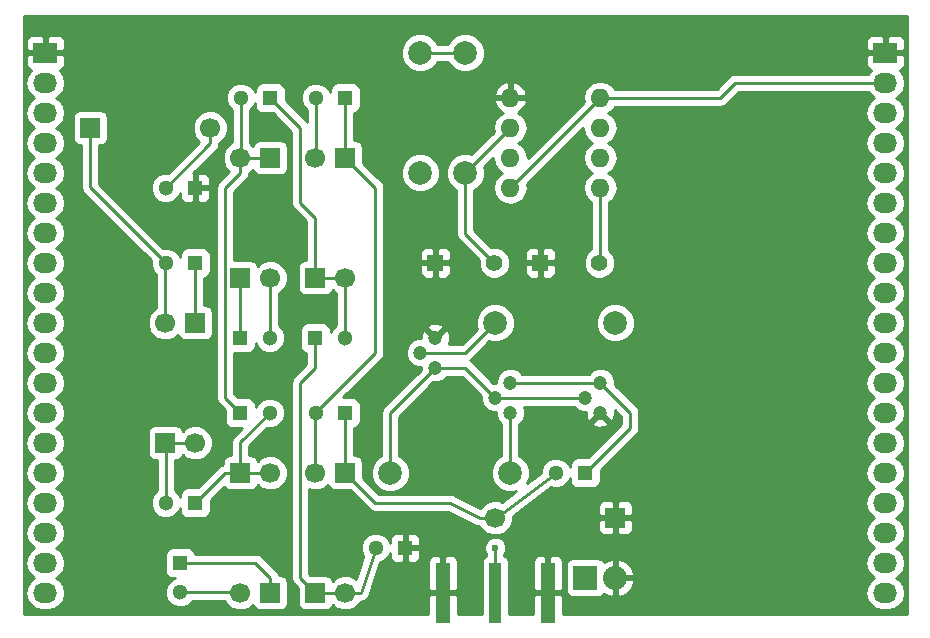
<source format=gbr>
G04 #@! TF.FileFunction,Copper,L1,Top,Signal*
%FSLAX46Y46*%
G04 Gerber Fmt 4.6, Leading zero omitted, Abs format (unit mm)*
G04 Created by KiCad (PCBNEW 4.0.3+e1-6302~38~ubuntu16.04.1-stable) date Thu Aug 25 17:14:47 2016*
%MOMM*%
%LPD*%
G01*
G04 APERTURE LIST*
%ADD10C,0.100000*%
%ADD11R,1.400000X1.400000*%
%ADD12C,1.400000*%
%ADD13C,1.699260*%
%ADD14R,1.699260X1.699260*%
%ADD15C,1.998980*%
%ADD16O,1.600000X1.600000*%
%ADD17R,1.300000X1.300000*%
%ADD18C,1.300000*%
%ADD19C,1.200000*%
%ADD20R,2.032000X2.032000*%
%ADD21O,2.032000X2.032000*%
%ADD22R,2.032000X1.727200*%
%ADD23O,2.032000X1.727200*%
%ADD24R,1.270000X5.080000*%
%ADD25R,1.016000X5.080000*%
%ADD26C,0.600000*%
%ADD27C,0.250000*%
%ADD28C,0.254000*%
G04 APERTURE END LIST*
D10*
D11*
X115570000Y-53340000D03*
D12*
X120570000Y-53340000D03*
D11*
X106680000Y-53340000D03*
D12*
X111680000Y-53340000D03*
D13*
X111759480Y-74932540D03*
D14*
X121919480Y-74932540D03*
D13*
X99062540Y-81280520D03*
D14*
X99062540Y-71120520D03*
D13*
X96517460Y-71119480D03*
D14*
X96517460Y-81279480D03*
D13*
X99062540Y-54610520D03*
D14*
X99062540Y-44450520D03*
D13*
X96517460Y-44449480D03*
D14*
X96517460Y-54609480D03*
D13*
X90167460Y-44449480D03*
D14*
X90167460Y-54609480D03*
D13*
X92712540Y-54610520D03*
D14*
X92712540Y-44450520D03*
D13*
X92707460Y-71119480D03*
D14*
X92707460Y-81279480D03*
D13*
X90172540Y-81280520D03*
D14*
X90172540Y-71120520D03*
D13*
X86362540Y-68580520D03*
D14*
X86362540Y-58420520D03*
D13*
X83817460Y-58419480D03*
D14*
X83817460Y-68579480D03*
D13*
X87630520Y-41907460D03*
D14*
X77470520Y-41907460D03*
D15*
X105410000Y-35560000D03*
X105410000Y-45720000D03*
X109220000Y-35560000D03*
X109220000Y-45720000D03*
X111760000Y-58420000D03*
X121920000Y-58420000D03*
X113030000Y-71120000D03*
X102870000Y-71120000D03*
D16*
X113030000Y-39370000D03*
X113030000Y-41910000D03*
X113030000Y-44450000D03*
X113030000Y-46990000D03*
X120650000Y-46990000D03*
X120650000Y-44450000D03*
X120650000Y-41910000D03*
X120650000Y-39370000D03*
D17*
X86360000Y-46990000D03*
D18*
X83860000Y-46990000D03*
D17*
X86360000Y-53340000D03*
D18*
X83860000Y-53340000D03*
D17*
X86360000Y-73660000D03*
D18*
X83860000Y-73660000D03*
D17*
X85090000Y-78740000D03*
D18*
X85090000Y-81240000D03*
D17*
X90170000Y-66040000D03*
D18*
X92670000Y-66040000D03*
D17*
X90170000Y-59690000D03*
D18*
X92670000Y-59690000D03*
D17*
X92710000Y-39370000D03*
D18*
X90210000Y-39370000D03*
D17*
X99060000Y-39370000D03*
D18*
X96560000Y-39370000D03*
D17*
X96520000Y-59690000D03*
D18*
X99020000Y-59690000D03*
D17*
X99060000Y-66040000D03*
D18*
X96560000Y-66040000D03*
D17*
X104140000Y-77470000D03*
D18*
X101640000Y-77470000D03*
D17*
X119380000Y-71120000D03*
D18*
X116880000Y-71120000D03*
D19*
X106680000Y-59690000D03*
X105410000Y-60960000D03*
X106680000Y-62230000D03*
X120650000Y-63500000D03*
X119380000Y-64770000D03*
X120650000Y-66040000D03*
X113030000Y-63500000D03*
X111760000Y-64770000D03*
X113030000Y-66040000D03*
D20*
X119380000Y-80010000D03*
D21*
X121920000Y-80010000D03*
D22*
X73660000Y-35560000D03*
D23*
X73660000Y-38100000D03*
X73660000Y-40640000D03*
X73660000Y-43180000D03*
X73660000Y-45720000D03*
X73660000Y-48260000D03*
X73660000Y-50800000D03*
X73660000Y-53340000D03*
X73660000Y-55880000D03*
X73660000Y-58420000D03*
X73660000Y-60960000D03*
X73660000Y-63500000D03*
X73660000Y-66040000D03*
X73660000Y-68580000D03*
X73660000Y-71120000D03*
X73660000Y-73660000D03*
X73660000Y-76200000D03*
X73660000Y-78740000D03*
X73660000Y-81280000D03*
D22*
X144780000Y-35560000D03*
D23*
X144780000Y-38100000D03*
X144780000Y-40640000D03*
X144780000Y-43180000D03*
X144780000Y-45720000D03*
X144780000Y-48260000D03*
X144780000Y-50800000D03*
X144780000Y-53340000D03*
X144780000Y-55880000D03*
X144780000Y-58420000D03*
X144780000Y-60960000D03*
X144780000Y-63500000D03*
X144780000Y-66040000D03*
X144780000Y-68580000D03*
X144780000Y-71120000D03*
X144780000Y-73660000D03*
X144780000Y-76200000D03*
X144780000Y-78740000D03*
X144780000Y-81280000D03*
D24*
X107315000Y-81280000D03*
X116205000Y-81280000D03*
D25*
X111760000Y-81280000D03*
D26*
X111760000Y-77470000D03*
D27*
X120650000Y-46990000D02*
X120650000Y-53260000D01*
X120650000Y-53260000D02*
X120570000Y-53340000D01*
X109220000Y-45720000D02*
X109220000Y-50880000D01*
X109220000Y-50880000D02*
X111680000Y-53340000D01*
X109220000Y-45720000D02*
X113030000Y-41910000D01*
X99062540Y-71120520D02*
X99062540Y-66042540D01*
X99062540Y-66042540D02*
X99060000Y-66040000D01*
X111759480Y-74932540D02*
X110490000Y-74930000D01*
X101602020Y-73660000D02*
X99062540Y-71120520D01*
X107950000Y-73660000D02*
X101602020Y-73660000D01*
X110490000Y-74930000D02*
X107950000Y-73660000D01*
X111759480Y-74932540D02*
X111797460Y-74932540D01*
X111797460Y-74932540D02*
X116880000Y-71120000D01*
X120650000Y-63500000D02*
X123190000Y-66040000D01*
X123190000Y-67310000D02*
X119380000Y-71120000D01*
X123190000Y-66040000D02*
X123190000Y-67310000D01*
X113030000Y-63500000D02*
X120650000Y-63500000D01*
X96520000Y-59690000D02*
X96520000Y-62230000D01*
X95250000Y-80012020D02*
X96517460Y-81279480D01*
X95250000Y-63500000D02*
X95250000Y-80012020D01*
X96520000Y-62230000D02*
X95250000Y-63500000D01*
X96517460Y-81279480D02*
X99061500Y-81279480D01*
X99061500Y-81279480D02*
X99062540Y-81280520D01*
X99062540Y-81280520D02*
X100369480Y-81280520D01*
X100369480Y-81280520D02*
X101640000Y-77470000D01*
X99062540Y-44450520D02*
X99062540Y-39372540D01*
X99062540Y-39372540D02*
X99060000Y-39370000D01*
X96560000Y-66040000D02*
X96560000Y-66000000D01*
X96560000Y-66000000D02*
X101600000Y-60960000D01*
X101600000Y-46990000D02*
X99062540Y-44452540D01*
X101600000Y-60960000D02*
X101600000Y-46990000D01*
X99062540Y-44452540D02*
X99062540Y-44450520D01*
X96517460Y-71119480D02*
X96517460Y-66082540D01*
X96517460Y-66082540D02*
X96560000Y-66040000D01*
X96517460Y-54609480D02*
X96517460Y-49527460D01*
X95250000Y-41910000D02*
X92710000Y-39370000D01*
X95250000Y-48260000D02*
X95250000Y-41910000D01*
X96517460Y-49527460D02*
X95250000Y-48260000D01*
X99062540Y-54610520D02*
X96518500Y-54610520D01*
X96518500Y-54610520D02*
X96517460Y-54609480D01*
X99020000Y-59690000D02*
X99020000Y-54653060D01*
X99020000Y-54653060D02*
X99062540Y-54610520D01*
X90170000Y-59690000D02*
X90170000Y-54612020D01*
X90170000Y-54612020D02*
X90167460Y-54609480D01*
X96560000Y-39370000D02*
X96560000Y-44406940D01*
X96560000Y-44406940D02*
X96517460Y-44449480D01*
X90167460Y-44449480D02*
X90167460Y-45722540D01*
X88900000Y-64770000D02*
X90170000Y-66040000D01*
X88900000Y-46990000D02*
X88900000Y-64770000D01*
X90167460Y-45722540D02*
X88900000Y-46990000D01*
X90167460Y-44449480D02*
X92711500Y-44449480D01*
X92711500Y-44449480D02*
X92712540Y-44450520D01*
X90210000Y-39370000D02*
X90210000Y-44406940D01*
X90210000Y-44406940D02*
X90167460Y-44449480D01*
X85090000Y-78740000D02*
X91440000Y-78740000D01*
X92707460Y-80007460D02*
X92707460Y-81279480D01*
X91440000Y-78740000D02*
X92707460Y-80007460D01*
X92670000Y-59690000D02*
X92670000Y-54653060D01*
X92670000Y-54653060D02*
X92712540Y-54610520D01*
X90172540Y-71120520D02*
X88899480Y-71120520D01*
X88899480Y-71120520D02*
X86360000Y-73660000D01*
X90172540Y-71120520D02*
X92706420Y-71120520D01*
X92706420Y-71120520D02*
X92707460Y-71119480D01*
X90172540Y-71120520D02*
X90172540Y-68537460D01*
X90172540Y-68537460D02*
X92670000Y-66040000D01*
X86362540Y-58420520D02*
X86362540Y-53342540D01*
X86362540Y-53342540D02*
X86360000Y-53340000D01*
X85090000Y-81240000D02*
X90132020Y-81240000D01*
X90132020Y-81240000D02*
X90172540Y-81280520D01*
X83817460Y-68579480D02*
X86361500Y-68579480D01*
X86361500Y-68579480D02*
X86362540Y-68580520D01*
X83860000Y-73660000D02*
X83860000Y-68622020D01*
X83860000Y-68622020D02*
X83817460Y-68579480D01*
X77470520Y-41907460D02*
X77470520Y-46950520D01*
X77470520Y-46950520D02*
X83860000Y-53340000D01*
X83817460Y-58419480D02*
X83817460Y-53382540D01*
X83817460Y-53382540D02*
X83860000Y-53340000D01*
X111760000Y-77470000D02*
X111760000Y-81280000D01*
X87630520Y-41907460D02*
X87630520Y-43219480D01*
X87630520Y-43219480D02*
X83860000Y-46990000D01*
X144780000Y-38100000D02*
X132080000Y-38100000D01*
X130810000Y-39370000D02*
X132080000Y-38100000D01*
X130810000Y-39370000D02*
X120650000Y-39370000D01*
X113030000Y-46990000D02*
X120650000Y-39370000D01*
X113030000Y-71120000D02*
X113030000Y-66040000D01*
X105410000Y-60960000D02*
X109220000Y-60960000D01*
X109220000Y-60960000D02*
X111760000Y-58420000D01*
X105410000Y-35560000D02*
X109220000Y-35560000D01*
X111760000Y-64770000D02*
X119380000Y-64770000D01*
X106680000Y-62230000D02*
X109220000Y-62230000D01*
X109220000Y-62230000D02*
X111760000Y-64770000D01*
X102870000Y-71120000D02*
X102870000Y-66040000D01*
X102870000Y-66040000D02*
X106680000Y-62230000D01*
D28*
G36*
X146610000Y-83110000D02*
X117475000Y-83110000D01*
X117475000Y-81565750D01*
X117316250Y-81407000D01*
X116332000Y-81407000D01*
X116332000Y-81427000D01*
X116078000Y-81427000D01*
X116078000Y-81407000D01*
X115093750Y-81407000D01*
X114935000Y-81565750D01*
X114935000Y-83110000D01*
X112915440Y-83110000D01*
X112915440Y-78740000D01*
X112891674Y-78613690D01*
X114935000Y-78613690D01*
X114935000Y-80994250D01*
X115093750Y-81153000D01*
X116078000Y-81153000D01*
X116078000Y-78263750D01*
X116332000Y-78263750D01*
X116332000Y-81153000D01*
X117316250Y-81153000D01*
X117475000Y-80994250D01*
X117475000Y-78994000D01*
X117716560Y-78994000D01*
X117716560Y-81026000D01*
X117760838Y-81261317D01*
X117899910Y-81477441D01*
X118112110Y-81622431D01*
X118364000Y-81673440D01*
X120396000Y-81673440D01*
X120631317Y-81629162D01*
X120847441Y-81490090D01*
X120947856Y-81343128D01*
X120951621Y-81347188D01*
X121537054Y-81615983D01*
X121793000Y-81497367D01*
X121793000Y-80137000D01*
X122047000Y-80137000D01*
X122047000Y-81497367D01*
X122302946Y-81615983D01*
X122888379Y-81347188D01*
X123326385Y-80874818D01*
X123525975Y-80392944D01*
X123406836Y-80137000D01*
X122047000Y-80137000D01*
X121793000Y-80137000D01*
X121773000Y-80137000D01*
X121773000Y-79883000D01*
X121793000Y-79883000D01*
X121793000Y-78522633D01*
X122047000Y-78522633D01*
X122047000Y-79883000D01*
X123406836Y-79883000D01*
X123525975Y-79627056D01*
X123326385Y-79145182D01*
X122888379Y-78672812D01*
X122302946Y-78404017D01*
X122047000Y-78522633D01*
X121793000Y-78522633D01*
X121537054Y-78404017D01*
X120951621Y-78672812D01*
X120947066Y-78677724D01*
X120860090Y-78542559D01*
X120647890Y-78397569D01*
X120396000Y-78346560D01*
X118364000Y-78346560D01*
X118128683Y-78390838D01*
X117912559Y-78529910D01*
X117767569Y-78742110D01*
X117716560Y-78994000D01*
X117475000Y-78994000D01*
X117475000Y-78613690D01*
X117378327Y-78380301D01*
X117199698Y-78201673D01*
X116966309Y-78105000D01*
X116490750Y-78105000D01*
X116332000Y-78263750D01*
X116078000Y-78263750D01*
X115919250Y-78105000D01*
X115443691Y-78105000D01*
X115210302Y-78201673D01*
X115031673Y-78380301D01*
X114935000Y-78613690D01*
X112891674Y-78613690D01*
X112871162Y-78504683D01*
X112732090Y-78288559D01*
X112520000Y-78143644D01*
X112520000Y-78032463D01*
X112552192Y-78000327D01*
X112694838Y-77656799D01*
X112695162Y-77284833D01*
X112553117Y-76941057D01*
X112290327Y-76677808D01*
X111946799Y-76535162D01*
X111574833Y-76534838D01*
X111231057Y-76676883D01*
X110967808Y-76939673D01*
X110825162Y-77283201D01*
X110824838Y-77655167D01*
X110966883Y-77998943D01*
X111000000Y-78032118D01*
X111000000Y-78147573D01*
X110800559Y-78275910D01*
X110655569Y-78488110D01*
X110604560Y-78740000D01*
X110604560Y-83110000D01*
X108585000Y-83110000D01*
X108585000Y-81565750D01*
X108426250Y-81407000D01*
X107442000Y-81407000D01*
X107442000Y-81427000D01*
X107188000Y-81427000D01*
X107188000Y-81407000D01*
X106203750Y-81407000D01*
X106045000Y-81565750D01*
X106045000Y-83110000D01*
X71830000Y-83110000D01*
X71830000Y-38100000D01*
X71976655Y-38100000D01*
X72090729Y-38673489D01*
X72415585Y-39159670D01*
X72730366Y-39370000D01*
X72415585Y-39580330D01*
X72090729Y-40066511D01*
X71976655Y-40640000D01*
X72090729Y-41213489D01*
X72415585Y-41699670D01*
X72730366Y-41910000D01*
X72415585Y-42120330D01*
X72090729Y-42606511D01*
X71976655Y-43180000D01*
X72090729Y-43753489D01*
X72415585Y-44239670D01*
X72730366Y-44450000D01*
X72415585Y-44660330D01*
X72090729Y-45146511D01*
X71976655Y-45720000D01*
X72090729Y-46293489D01*
X72415585Y-46779670D01*
X72730366Y-46990000D01*
X72415585Y-47200330D01*
X72090729Y-47686511D01*
X71976655Y-48260000D01*
X72090729Y-48833489D01*
X72415585Y-49319670D01*
X72730366Y-49530000D01*
X72415585Y-49740330D01*
X72090729Y-50226511D01*
X71976655Y-50800000D01*
X72090729Y-51373489D01*
X72415585Y-51859670D01*
X72730366Y-52070000D01*
X72415585Y-52280330D01*
X72090729Y-52766511D01*
X71976655Y-53340000D01*
X72090729Y-53913489D01*
X72415585Y-54399670D01*
X72730366Y-54610000D01*
X72415585Y-54820330D01*
X72090729Y-55306511D01*
X71976655Y-55880000D01*
X72090729Y-56453489D01*
X72415585Y-56939670D01*
X72730366Y-57150000D01*
X72415585Y-57360330D01*
X72090729Y-57846511D01*
X71976655Y-58420000D01*
X72090729Y-58993489D01*
X72415585Y-59479670D01*
X72730366Y-59690000D01*
X72415585Y-59900330D01*
X72090729Y-60386511D01*
X71976655Y-60960000D01*
X72090729Y-61533489D01*
X72415585Y-62019670D01*
X72730366Y-62230000D01*
X72415585Y-62440330D01*
X72090729Y-62926511D01*
X71976655Y-63500000D01*
X72090729Y-64073489D01*
X72415585Y-64559670D01*
X72730366Y-64770000D01*
X72415585Y-64980330D01*
X72090729Y-65466511D01*
X71976655Y-66040000D01*
X72090729Y-66613489D01*
X72415585Y-67099670D01*
X72730366Y-67310000D01*
X72415585Y-67520330D01*
X72090729Y-68006511D01*
X71976655Y-68580000D01*
X72090729Y-69153489D01*
X72415585Y-69639670D01*
X72730366Y-69850000D01*
X72415585Y-70060330D01*
X72090729Y-70546511D01*
X71976655Y-71120000D01*
X72090729Y-71693489D01*
X72415585Y-72179670D01*
X72730366Y-72390000D01*
X72415585Y-72600330D01*
X72090729Y-73086511D01*
X71976655Y-73660000D01*
X72090729Y-74233489D01*
X72415585Y-74719670D01*
X72730366Y-74930000D01*
X72415585Y-75140330D01*
X72090729Y-75626511D01*
X71976655Y-76200000D01*
X72090729Y-76773489D01*
X72415585Y-77259670D01*
X72730366Y-77470000D01*
X72415585Y-77680330D01*
X72090729Y-78166511D01*
X71976655Y-78740000D01*
X72090729Y-79313489D01*
X72415585Y-79799670D01*
X72730366Y-80010000D01*
X72415585Y-80220330D01*
X72090729Y-80706511D01*
X71976655Y-81280000D01*
X72090729Y-81853489D01*
X72415585Y-82339670D01*
X72901766Y-82664526D01*
X73475255Y-82778600D01*
X73844745Y-82778600D01*
X74418234Y-82664526D01*
X74904415Y-82339670D01*
X75229271Y-81853489D01*
X75343345Y-81280000D01*
X75229271Y-80706511D01*
X74904415Y-80220330D01*
X74589634Y-80010000D01*
X74904415Y-79799670D01*
X75229271Y-79313489D01*
X75343345Y-78740000D01*
X75229271Y-78166511D01*
X75178148Y-78090000D01*
X83792560Y-78090000D01*
X83792560Y-79390000D01*
X83836838Y-79625317D01*
X83975910Y-79841441D01*
X84188110Y-79986431D01*
X84440000Y-80037440D01*
X84635460Y-80037440D01*
X84363057Y-80149995D01*
X84001265Y-80511155D01*
X83805223Y-80983276D01*
X83804777Y-81494481D01*
X83999995Y-81966943D01*
X84361155Y-82328735D01*
X84833276Y-82524777D01*
X85344481Y-82525223D01*
X85816943Y-82330005D01*
X86147525Y-82000000D01*
X88863451Y-82000000D01*
X88913198Y-82120397D01*
X89330466Y-82538394D01*
X89875933Y-82764892D01*
X90466556Y-82765408D01*
X91012417Y-82539862D01*
X91244151Y-82308532D01*
X91254668Y-82364427D01*
X91393740Y-82580551D01*
X91605940Y-82725541D01*
X91857830Y-82776550D01*
X93557090Y-82776550D01*
X93792407Y-82732272D01*
X94008531Y-82593200D01*
X94153521Y-82381000D01*
X94204530Y-82129110D01*
X94204530Y-80429850D01*
X94160252Y-80194533D01*
X94021180Y-79978409D01*
X93808980Y-79833419D01*
X93557090Y-79782410D01*
X93422694Y-79782410D01*
X93409608Y-79716621D01*
X93244861Y-79470059D01*
X91977401Y-78202599D01*
X91730839Y-78037852D01*
X91440000Y-77980000D01*
X86366742Y-77980000D01*
X86343162Y-77854683D01*
X86204090Y-77638559D01*
X85991890Y-77493569D01*
X85740000Y-77442560D01*
X84440000Y-77442560D01*
X84204683Y-77486838D01*
X83988559Y-77625910D01*
X83843569Y-77838110D01*
X83792560Y-78090000D01*
X75178148Y-78090000D01*
X74904415Y-77680330D01*
X74589634Y-77470000D01*
X74904415Y-77259670D01*
X75229271Y-76773489D01*
X75343345Y-76200000D01*
X75229271Y-75626511D01*
X74904415Y-75140330D01*
X74589634Y-74930000D01*
X74904415Y-74719670D01*
X75229271Y-74233489D01*
X75343345Y-73660000D01*
X75229271Y-73086511D01*
X74904415Y-72600330D01*
X74589634Y-72390000D01*
X74904415Y-72179670D01*
X75229271Y-71693489D01*
X75343345Y-71120000D01*
X75229271Y-70546511D01*
X74904415Y-70060330D01*
X74589634Y-69850000D01*
X74904415Y-69639670D01*
X75229271Y-69153489D01*
X75343345Y-68580000D01*
X75229271Y-68006511D01*
X75044412Y-67729850D01*
X82320390Y-67729850D01*
X82320390Y-69429110D01*
X82364668Y-69664427D01*
X82503740Y-69880551D01*
X82715940Y-70025541D01*
X82967830Y-70076550D01*
X83100000Y-70076550D01*
X83100000Y-72602994D01*
X82771265Y-72931155D01*
X82575223Y-73403276D01*
X82574777Y-73914481D01*
X82769995Y-74386943D01*
X83131155Y-74748735D01*
X83603276Y-74944777D01*
X84114481Y-74945223D01*
X84586943Y-74750005D01*
X84948735Y-74388845D01*
X85062560Y-74114724D01*
X85062560Y-74310000D01*
X85106838Y-74545317D01*
X85245910Y-74761441D01*
X85458110Y-74906431D01*
X85710000Y-74957440D01*
X87010000Y-74957440D01*
X87245317Y-74913162D01*
X87461441Y-74774090D01*
X87606431Y-74561890D01*
X87657440Y-74310000D01*
X87657440Y-73437362D01*
X88786147Y-72308655D01*
X88858820Y-72421591D01*
X89071020Y-72566581D01*
X89322910Y-72617590D01*
X91022170Y-72617590D01*
X91257487Y-72573312D01*
X91473611Y-72434240D01*
X91618601Y-72222040D01*
X91634073Y-72145637D01*
X91865386Y-72377354D01*
X92410853Y-72603852D01*
X93001476Y-72604368D01*
X93547337Y-72378822D01*
X93965334Y-71961554D01*
X94191832Y-71416087D01*
X94192348Y-70825464D01*
X93966802Y-70279603D01*
X93549534Y-69861606D01*
X93004067Y-69635108D01*
X92413444Y-69634592D01*
X91867583Y-69860138D01*
X91635849Y-70091468D01*
X91625332Y-70035573D01*
X91486260Y-69819449D01*
X91274060Y-69674459D01*
X91022170Y-69623450D01*
X90932540Y-69623450D01*
X90932540Y-68852262D01*
X92459984Y-67324818D01*
X92924481Y-67325223D01*
X93396943Y-67130005D01*
X93758735Y-66768845D01*
X93954777Y-66296724D01*
X93955223Y-65785519D01*
X93760005Y-65313057D01*
X93398845Y-64951265D01*
X92926724Y-64755223D01*
X92415519Y-64754777D01*
X91943057Y-64949995D01*
X91581265Y-65311155D01*
X91467440Y-65585276D01*
X91467440Y-65390000D01*
X91423162Y-65154683D01*
X91284090Y-64938559D01*
X91071890Y-64793569D01*
X90820000Y-64742560D01*
X89947362Y-64742560D01*
X89660000Y-64455198D01*
X89660000Y-60987440D01*
X90820000Y-60987440D01*
X91055317Y-60943162D01*
X91271441Y-60804090D01*
X91416431Y-60591890D01*
X91467440Y-60340000D01*
X91467440Y-60144540D01*
X91579995Y-60416943D01*
X91941155Y-60778735D01*
X92413276Y-60974777D01*
X92924481Y-60975223D01*
X93396943Y-60780005D01*
X93758735Y-60418845D01*
X93954777Y-59946724D01*
X93955223Y-59435519D01*
X93760005Y-58963057D01*
X93430000Y-58632475D01*
X93430000Y-55920444D01*
X93552417Y-55869862D01*
X93970414Y-55452594D01*
X94196912Y-54907127D01*
X94197428Y-54316504D01*
X93971882Y-53770643D01*
X93554614Y-53352646D01*
X93009147Y-53126148D01*
X92418524Y-53125632D01*
X91872663Y-53351178D01*
X91632705Y-53590717D01*
X91620252Y-53524533D01*
X91481180Y-53308409D01*
X91268980Y-53163419D01*
X91017090Y-53112410D01*
X89660000Y-53112410D01*
X89660000Y-47304802D01*
X90704861Y-46259941D01*
X90869608Y-46013379D01*
X90923280Y-45743554D01*
X91007337Y-45708822D01*
X91247295Y-45469283D01*
X91259748Y-45535467D01*
X91398820Y-45751591D01*
X91611020Y-45896581D01*
X91862910Y-45947590D01*
X93562170Y-45947590D01*
X93797487Y-45903312D01*
X94013611Y-45764240D01*
X94158601Y-45552040D01*
X94209610Y-45300150D01*
X94209610Y-43600890D01*
X94165332Y-43365573D01*
X94026260Y-43149449D01*
X93814060Y-43004459D01*
X93562170Y-42953450D01*
X91862910Y-42953450D01*
X91627593Y-42997728D01*
X91411469Y-43136800D01*
X91266479Y-43349000D01*
X91249644Y-43432135D01*
X91009534Y-43191606D01*
X90970000Y-43175190D01*
X90970000Y-40427006D01*
X91298735Y-40098845D01*
X91412560Y-39824724D01*
X91412560Y-40020000D01*
X91456838Y-40255317D01*
X91595910Y-40471441D01*
X91808110Y-40616431D01*
X92060000Y-40667440D01*
X92932638Y-40667440D01*
X94490000Y-42224802D01*
X94490000Y-48260000D01*
X94547852Y-48550839D01*
X94712599Y-48797401D01*
X95757460Y-49842262D01*
X95757460Y-53112410D01*
X95667830Y-53112410D01*
X95432513Y-53156688D01*
X95216389Y-53295760D01*
X95071399Y-53507960D01*
X95020390Y-53759850D01*
X95020390Y-55459110D01*
X95064668Y-55694427D01*
X95203740Y-55910551D01*
X95415940Y-56055541D01*
X95667830Y-56106550D01*
X97367090Y-56106550D01*
X97602407Y-56062272D01*
X97818531Y-55923200D01*
X97963521Y-55711000D01*
X97980356Y-55627865D01*
X98220466Y-55868394D01*
X98260000Y-55884810D01*
X98260000Y-58632994D01*
X97931265Y-58961155D01*
X97817440Y-59235276D01*
X97817440Y-59040000D01*
X97773162Y-58804683D01*
X97634090Y-58588559D01*
X97421890Y-58443569D01*
X97170000Y-58392560D01*
X95870000Y-58392560D01*
X95634683Y-58436838D01*
X95418559Y-58575910D01*
X95273569Y-58788110D01*
X95222560Y-59040000D01*
X95222560Y-60340000D01*
X95266838Y-60575317D01*
X95405910Y-60791441D01*
X95618110Y-60936431D01*
X95760000Y-60965164D01*
X95760000Y-61915198D01*
X94712599Y-62962599D01*
X94547852Y-63209161D01*
X94490000Y-63500000D01*
X94490000Y-80012020D01*
X94547852Y-80302859D01*
X94712599Y-80549421D01*
X95020390Y-80857212D01*
X95020390Y-82129110D01*
X95064668Y-82364427D01*
X95203740Y-82580551D01*
X95415940Y-82725541D01*
X95667830Y-82776550D01*
X97367090Y-82776550D01*
X97602407Y-82732272D01*
X97818531Y-82593200D01*
X97963521Y-82381000D01*
X97980356Y-82297865D01*
X98220466Y-82538394D01*
X98765933Y-82764892D01*
X99356556Y-82765408D01*
X99902417Y-82539862D01*
X100320414Y-82122594D01*
X100354494Y-82040520D01*
X100369480Y-82040520D01*
X100396233Y-82035199D01*
X100423293Y-82038612D01*
X100540812Y-82006440D01*
X100660319Y-81982668D01*
X100682998Y-81967514D01*
X100709307Y-81960312D01*
X100805571Y-81885614D01*
X100906881Y-81817921D01*
X100922035Y-81795241D01*
X100943584Y-81778520D01*
X101003937Y-81672666D01*
X101071628Y-81571359D01*
X101076949Y-81544609D01*
X101090460Y-81520912D01*
X102031483Y-78698615D01*
X102366943Y-78560005D01*
X102728735Y-78198845D01*
X102855000Y-77894765D01*
X102855000Y-78246310D01*
X102951673Y-78479699D01*
X103130302Y-78658327D01*
X103363691Y-78755000D01*
X103854250Y-78755000D01*
X104013000Y-78596250D01*
X104013000Y-77597000D01*
X104267000Y-77597000D01*
X104267000Y-78596250D01*
X104425750Y-78755000D01*
X104916309Y-78755000D01*
X105149698Y-78658327D01*
X105194335Y-78613690D01*
X106045000Y-78613690D01*
X106045000Y-80994250D01*
X106203750Y-81153000D01*
X107188000Y-81153000D01*
X107188000Y-78263750D01*
X107442000Y-78263750D01*
X107442000Y-81153000D01*
X108426250Y-81153000D01*
X108585000Y-80994250D01*
X108585000Y-78613690D01*
X108488327Y-78380301D01*
X108309698Y-78201673D01*
X108076309Y-78105000D01*
X107600750Y-78105000D01*
X107442000Y-78263750D01*
X107188000Y-78263750D01*
X107029250Y-78105000D01*
X106553691Y-78105000D01*
X106320302Y-78201673D01*
X106141673Y-78380301D01*
X106045000Y-78613690D01*
X105194335Y-78613690D01*
X105328327Y-78479699D01*
X105425000Y-78246310D01*
X105425000Y-77755750D01*
X105266250Y-77597000D01*
X104267000Y-77597000D01*
X104013000Y-77597000D01*
X103993000Y-77597000D01*
X103993000Y-77343000D01*
X104013000Y-77343000D01*
X104013000Y-76343750D01*
X104267000Y-76343750D01*
X104267000Y-77343000D01*
X105266250Y-77343000D01*
X105425000Y-77184250D01*
X105425000Y-76693690D01*
X105328327Y-76460301D01*
X105149698Y-76281673D01*
X104916309Y-76185000D01*
X104425750Y-76185000D01*
X104267000Y-76343750D01*
X104013000Y-76343750D01*
X103854250Y-76185000D01*
X103363691Y-76185000D01*
X103130302Y-76281673D01*
X102951673Y-76460301D01*
X102855000Y-76693690D01*
X102855000Y-77045567D01*
X102730005Y-76743057D01*
X102368845Y-76381265D01*
X101896724Y-76185223D01*
X101385519Y-76184777D01*
X100913057Y-76379995D01*
X100551265Y-76741155D01*
X100355223Y-77213276D01*
X100354777Y-77724481D01*
X100549995Y-78196943D01*
X100584846Y-78231855D01*
X99966937Y-80085078D01*
X99904614Y-80022646D01*
X99359147Y-79796148D01*
X98768524Y-79795632D01*
X98222663Y-80021178D01*
X97982705Y-80260717D01*
X97970252Y-80194533D01*
X97831180Y-79978409D01*
X97618980Y-79833419D01*
X97367090Y-79782410D01*
X96095192Y-79782410D01*
X96010000Y-79697218D01*
X96010000Y-72516298D01*
X96220853Y-72603852D01*
X96811476Y-72604368D01*
X97357337Y-72378822D01*
X97597295Y-72139283D01*
X97609748Y-72205467D01*
X97748820Y-72421591D01*
X97961020Y-72566581D01*
X98212910Y-72617590D01*
X99484808Y-72617590D01*
X101064619Y-74197401D01*
X101311181Y-74362148D01*
X101602020Y-74420000D01*
X107770588Y-74420000D01*
X110150117Y-75609765D01*
X110175719Y-75616776D01*
X110197757Y-75631565D01*
X110317915Y-75655716D01*
X110436124Y-75688087D01*
X110462456Y-75684768D01*
X110464055Y-75685089D01*
X110500138Y-75772417D01*
X110917406Y-76190414D01*
X111462873Y-76416912D01*
X112053496Y-76417428D01*
X112599357Y-76191882D01*
X113017354Y-75774614D01*
X113243852Y-75229147D01*
X113243861Y-75218290D01*
X120434850Y-75218290D01*
X120434850Y-75908480D01*
X120531523Y-76141869D01*
X120710152Y-76320497D01*
X120943541Y-76417170D01*
X121633730Y-76417170D01*
X121792480Y-76258420D01*
X121792480Y-75059540D01*
X122046480Y-75059540D01*
X122046480Y-76258420D01*
X122205230Y-76417170D01*
X122895419Y-76417170D01*
X123128808Y-76320497D01*
X123307437Y-76141869D01*
X123404110Y-75908480D01*
X123404110Y-75218290D01*
X123245360Y-75059540D01*
X122046480Y-75059540D01*
X121792480Y-75059540D01*
X120593600Y-75059540D01*
X120434850Y-75218290D01*
X113243861Y-75218290D01*
X113244229Y-74797340D01*
X114365029Y-73956600D01*
X120434850Y-73956600D01*
X120434850Y-74646790D01*
X120593600Y-74805540D01*
X121792480Y-74805540D01*
X121792480Y-73606660D01*
X122046480Y-73606660D01*
X122046480Y-74805540D01*
X123245360Y-74805540D01*
X123404110Y-74646790D01*
X123404110Y-73956600D01*
X123307437Y-73723211D01*
X123128808Y-73544583D01*
X122895419Y-73447910D01*
X122205230Y-73447910D01*
X122046480Y-73606660D01*
X121792480Y-73606660D01*
X121633730Y-73447910D01*
X120943541Y-73447910D01*
X120710152Y-73544583D01*
X120531523Y-73723211D01*
X120434850Y-73956600D01*
X114365029Y-73956600D01*
X116501302Y-72354129D01*
X116623276Y-72404777D01*
X117134481Y-72405223D01*
X117606943Y-72210005D01*
X117968735Y-71848845D01*
X118082560Y-71574724D01*
X118082560Y-71770000D01*
X118126838Y-72005317D01*
X118265910Y-72221441D01*
X118478110Y-72366431D01*
X118730000Y-72417440D01*
X120030000Y-72417440D01*
X120265317Y-72373162D01*
X120481441Y-72234090D01*
X120626431Y-72021890D01*
X120677440Y-71770000D01*
X120677440Y-70897362D01*
X123727401Y-67847401D01*
X123892148Y-67600839D01*
X123950000Y-67310000D01*
X123950000Y-66040000D01*
X123892148Y-65749161D01*
X123892148Y-65749160D01*
X123727401Y-65502599D01*
X121884861Y-63660059D01*
X121885214Y-63255421D01*
X121697592Y-62801343D01*
X121350485Y-62453629D01*
X120896734Y-62265215D01*
X120405421Y-62264786D01*
X119951343Y-62452408D01*
X119663248Y-62740000D01*
X114016356Y-62740000D01*
X113730485Y-62453629D01*
X113276734Y-62265215D01*
X112785421Y-62264786D01*
X112331343Y-62452408D01*
X111983629Y-62799515D01*
X111795215Y-63253266D01*
X111794969Y-63535030D01*
X111599662Y-63534860D01*
X109757401Y-61692599D01*
X109611333Y-61595000D01*
X109757401Y-61497401D01*
X111268917Y-59985885D01*
X111433453Y-60054206D01*
X112083694Y-60054774D01*
X112684655Y-59806462D01*
X113144846Y-59347073D01*
X113394206Y-58746547D01*
X113394208Y-58743694D01*
X120285226Y-58743694D01*
X120533538Y-59344655D01*
X120992927Y-59804846D01*
X121593453Y-60054206D01*
X122243694Y-60054774D01*
X122844655Y-59806462D01*
X123304846Y-59347073D01*
X123554206Y-58746547D01*
X123554774Y-58096306D01*
X123306462Y-57495345D01*
X122847073Y-57035154D01*
X122246547Y-56785794D01*
X121596306Y-56785226D01*
X120995345Y-57033538D01*
X120535154Y-57492927D01*
X120285794Y-58093453D01*
X120285226Y-58743694D01*
X113394208Y-58743694D01*
X113394774Y-58096306D01*
X113146462Y-57495345D01*
X112687073Y-57035154D01*
X112086547Y-56785794D01*
X111436306Y-56785226D01*
X110835345Y-57033538D01*
X110375154Y-57492927D01*
X110125794Y-58093453D01*
X110125226Y-58743694D01*
X110194309Y-58910889D01*
X108905198Y-60200000D01*
X107810636Y-60200000D01*
X107927807Y-59858964D01*
X107897482Y-59368587D01*
X107768164Y-59056383D01*
X107542735Y-59006870D01*
X106859605Y-59690000D01*
X106873748Y-59704143D01*
X106694143Y-59883748D01*
X106680000Y-59869605D01*
X106665858Y-59883748D01*
X106486253Y-59704143D01*
X106500395Y-59690000D01*
X105817265Y-59006870D01*
X105591836Y-59056383D01*
X105432193Y-59521036D01*
X105444808Y-59725030D01*
X105165421Y-59724786D01*
X104711343Y-59912408D01*
X104363629Y-60259515D01*
X104175215Y-60713266D01*
X104174786Y-61204579D01*
X104362408Y-61658657D01*
X104709515Y-62006371D01*
X105163266Y-62194785D01*
X105445030Y-62195031D01*
X105444860Y-62390338D01*
X102332599Y-65502599D01*
X102167852Y-65749161D01*
X102110000Y-66040000D01*
X102110000Y-69665504D01*
X101945345Y-69733538D01*
X101485154Y-70192927D01*
X101235794Y-70793453D01*
X101235226Y-71443694D01*
X101483538Y-72044655D01*
X101942927Y-72504846D01*
X102543453Y-72754206D01*
X103193694Y-72754774D01*
X103794655Y-72506462D01*
X104254846Y-72047073D01*
X104504206Y-71446547D01*
X104504774Y-70796306D01*
X104256462Y-70195345D01*
X103797073Y-69735154D01*
X103630000Y-69665779D01*
X103630000Y-66354802D01*
X106519941Y-63464861D01*
X106924579Y-63465214D01*
X107378657Y-63277592D01*
X107666752Y-62990000D01*
X108905198Y-62990000D01*
X110525139Y-64609941D01*
X110524786Y-65014579D01*
X110712408Y-65468657D01*
X111059515Y-65816371D01*
X111513266Y-66004785D01*
X111795030Y-66005031D01*
X111794786Y-66284579D01*
X111982408Y-66738657D01*
X112270000Y-67026752D01*
X112270000Y-69665504D01*
X112105345Y-69733538D01*
X111645154Y-70192927D01*
X111395794Y-70793453D01*
X111395226Y-71443694D01*
X111643538Y-72044655D01*
X112102927Y-72504846D01*
X112703453Y-72754206D01*
X113353694Y-72754774D01*
X113532775Y-72680779D01*
X112348109Y-73569426D01*
X112056087Y-73448168D01*
X111465464Y-73447652D01*
X110919603Y-73673198D01*
X110504522Y-74087555D01*
X108289882Y-72980235D01*
X108263543Y-72973022D01*
X108240839Y-72957852D01*
X108121363Y-72934087D01*
X108003876Y-72901913D01*
X107976786Y-72905328D01*
X107950000Y-72900000D01*
X101916822Y-72900000D01*
X100559610Y-71542788D01*
X100559610Y-70270890D01*
X100515332Y-70035573D01*
X100376260Y-69819449D01*
X100164060Y-69674459D01*
X99912170Y-69623450D01*
X99822540Y-69623450D01*
X99822540Y-67316264D01*
X99945317Y-67293162D01*
X100161441Y-67154090D01*
X100306431Y-66941890D01*
X100357440Y-66690000D01*
X100357440Y-65390000D01*
X100313162Y-65154683D01*
X100174090Y-64938559D01*
X99961890Y-64793569D01*
X99710000Y-64742560D01*
X98892242Y-64742560D01*
X102137401Y-61497401D01*
X102302148Y-61250840D01*
X102360000Y-60960000D01*
X102360000Y-58827265D01*
X105996870Y-58827265D01*
X106680000Y-59510395D01*
X107363130Y-58827265D01*
X107313617Y-58601836D01*
X106848964Y-58442193D01*
X106358587Y-58472518D01*
X106046383Y-58601836D01*
X105996870Y-58827265D01*
X102360000Y-58827265D01*
X102360000Y-53625750D01*
X105345000Y-53625750D01*
X105345000Y-54166310D01*
X105441673Y-54399699D01*
X105620302Y-54578327D01*
X105853691Y-54675000D01*
X106394250Y-54675000D01*
X106553000Y-54516250D01*
X106553000Y-53467000D01*
X106807000Y-53467000D01*
X106807000Y-54516250D01*
X106965750Y-54675000D01*
X107506309Y-54675000D01*
X107739698Y-54578327D01*
X107918327Y-54399699D01*
X108015000Y-54166310D01*
X108015000Y-53625750D01*
X107856250Y-53467000D01*
X106807000Y-53467000D01*
X106553000Y-53467000D01*
X105503750Y-53467000D01*
X105345000Y-53625750D01*
X102360000Y-53625750D01*
X102360000Y-52513690D01*
X105345000Y-52513690D01*
X105345000Y-53054250D01*
X105503750Y-53213000D01*
X106553000Y-53213000D01*
X106553000Y-52163750D01*
X106807000Y-52163750D01*
X106807000Y-53213000D01*
X107856250Y-53213000D01*
X108015000Y-53054250D01*
X108015000Y-52513690D01*
X107918327Y-52280301D01*
X107739698Y-52101673D01*
X107506309Y-52005000D01*
X106965750Y-52005000D01*
X106807000Y-52163750D01*
X106553000Y-52163750D01*
X106394250Y-52005000D01*
X105853691Y-52005000D01*
X105620302Y-52101673D01*
X105441673Y-52280301D01*
X105345000Y-52513690D01*
X102360000Y-52513690D01*
X102360000Y-46990000D01*
X102334738Y-46863000D01*
X102302148Y-46699160D01*
X102137401Y-46452599D01*
X101728496Y-46043694D01*
X103775226Y-46043694D01*
X104023538Y-46644655D01*
X104482927Y-47104846D01*
X105083453Y-47354206D01*
X105733694Y-47354774D01*
X106334655Y-47106462D01*
X106794846Y-46647073D01*
X107044206Y-46046547D01*
X107044208Y-46043694D01*
X107585226Y-46043694D01*
X107833538Y-46644655D01*
X108292927Y-47104846D01*
X108460000Y-47174221D01*
X108460000Y-50880000D01*
X108517852Y-51170839D01*
X108682599Y-51417401D01*
X110345226Y-53080028D01*
X110344769Y-53604383D01*
X110547582Y-54095229D01*
X110922796Y-54471098D01*
X111413287Y-54674768D01*
X111944383Y-54675231D01*
X112435229Y-54472418D01*
X112811098Y-54097204D01*
X113006863Y-53625750D01*
X114235000Y-53625750D01*
X114235000Y-54166310D01*
X114331673Y-54399699D01*
X114510302Y-54578327D01*
X114743691Y-54675000D01*
X115284250Y-54675000D01*
X115443000Y-54516250D01*
X115443000Y-53467000D01*
X115697000Y-53467000D01*
X115697000Y-54516250D01*
X115855750Y-54675000D01*
X116396309Y-54675000D01*
X116629698Y-54578327D01*
X116808327Y-54399699D01*
X116905000Y-54166310D01*
X116905000Y-53625750D01*
X116746250Y-53467000D01*
X115697000Y-53467000D01*
X115443000Y-53467000D01*
X114393750Y-53467000D01*
X114235000Y-53625750D01*
X113006863Y-53625750D01*
X113014768Y-53606713D01*
X113015231Y-53075617D01*
X112812418Y-52584771D01*
X112741461Y-52513690D01*
X114235000Y-52513690D01*
X114235000Y-53054250D01*
X114393750Y-53213000D01*
X115443000Y-53213000D01*
X115443000Y-52163750D01*
X115697000Y-52163750D01*
X115697000Y-53213000D01*
X116746250Y-53213000D01*
X116905000Y-53054250D01*
X116905000Y-52513690D01*
X116808327Y-52280301D01*
X116629698Y-52101673D01*
X116396309Y-52005000D01*
X115855750Y-52005000D01*
X115697000Y-52163750D01*
X115443000Y-52163750D01*
X115284250Y-52005000D01*
X114743691Y-52005000D01*
X114510302Y-52101673D01*
X114331673Y-52280301D01*
X114235000Y-52513690D01*
X112741461Y-52513690D01*
X112437204Y-52208902D01*
X111946713Y-52005232D01*
X111419574Y-52004772D01*
X109980000Y-50565198D01*
X109980000Y-47174496D01*
X110144655Y-47106462D01*
X110604846Y-46647073D01*
X110854206Y-46046547D01*
X110854774Y-45396306D01*
X110785691Y-45229111D01*
X111567405Y-44447397D01*
X111566887Y-44450000D01*
X111676120Y-44999151D01*
X111987189Y-45464698D01*
X112369275Y-45720000D01*
X111987189Y-45975302D01*
X111676120Y-46440849D01*
X111566887Y-46990000D01*
X111676120Y-47539151D01*
X111987189Y-48004698D01*
X112452736Y-48315767D01*
X113001887Y-48425000D01*
X113058113Y-48425000D01*
X113607264Y-48315767D01*
X114072811Y-48004698D01*
X114383880Y-47539151D01*
X114493113Y-46990000D01*
X114428688Y-46666114D01*
X119187405Y-41907397D01*
X119186887Y-41910000D01*
X119296120Y-42459151D01*
X119607189Y-42924698D01*
X119989275Y-43180000D01*
X119607189Y-43435302D01*
X119296120Y-43900849D01*
X119186887Y-44450000D01*
X119296120Y-44999151D01*
X119607189Y-45464698D01*
X119989275Y-45720000D01*
X119607189Y-45975302D01*
X119296120Y-46440849D01*
X119186887Y-46990000D01*
X119296120Y-47539151D01*
X119607189Y-48004698D01*
X119890000Y-48193667D01*
X119890000Y-52176498D01*
X119814771Y-52207582D01*
X119438902Y-52582796D01*
X119235232Y-53073287D01*
X119234769Y-53604383D01*
X119437582Y-54095229D01*
X119812796Y-54471098D01*
X120303287Y-54674768D01*
X120834383Y-54675231D01*
X121325229Y-54472418D01*
X121701098Y-54097204D01*
X121904768Y-53606713D01*
X121905231Y-53075617D01*
X121702418Y-52584771D01*
X121410000Y-52291843D01*
X121410000Y-48193667D01*
X121692811Y-48004698D01*
X122003880Y-47539151D01*
X122113113Y-46990000D01*
X122003880Y-46440849D01*
X121692811Y-45975302D01*
X121310725Y-45720000D01*
X121692811Y-45464698D01*
X122003880Y-44999151D01*
X122113113Y-44450000D01*
X122003880Y-43900849D01*
X121692811Y-43435302D01*
X121310725Y-43180000D01*
X121692811Y-42924698D01*
X122003880Y-42459151D01*
X122113113Y-41910000D01*
X122003880Y-41360849D01*
X121692811Y-40895302D01*
X121310725Y-40640000D01*
X121692811Y-40384698D01*
X121862995Y-40130000D01*
X130810000Y-40130000D01*
X131100839Y-40072148D01*
X131347401Y-39907401D01*
X132394802Y-38860000D01*
X143335352Y-38860000D01*
X143535585Y-39159670D01*
X143850366Y-39370000D01*
X143535585Y-39580330D01*
X143210729Y-40066511D01*
X143096655Y-40640000D01*
X143210729Y-41213489D01*
X143535585Y-41699670D01*
X143850366Y-41910000D01*
X143535585Y-42120330D01*
X143210729Y-42606511D01*
X143096655Y-43180000D01*
X143210729Y-43753489D01*
X143535585Y-44239670D01*
X143850366Y-44450000D01*
X143535585Y-44660330D01*
X143210729Y-45146511D01*
X143096655Y-45720000D01*
X143210729Y-46293489D01*
X143535585Y-46779670D01*
X143850366Y-46990000D01*
X143535585Y-47200330D01*
X143210729Y-47686511D01*
X143096655Y-48260000D01*
X143210729Y-48833489D01*
X143535585Y-49319670D01*
X143850366Y-49530000D01*
X143535585Y-49740330D01*
X143210729Y-50226511D01*
X143096655Y-50800000D01*
X143210729Y-51373489D01*
X143535585Y-51859670D01*
X143850366Y-52070000D01*
X143535585Y-52280330D01*
X143210729Y-52766511D01*
X143096655Y-53340000D01*
X143210729Y-53913489D01*
X143535585Y-54399670D01*
X143850366Y-54610000D01*
X143535585Y-54820330D01*
X143210729Y-55306511D01*
X143096655Y-55880000D01*
X143210729Y-56453489D01*
X143535585Y-56939670D01*
X143850366Y-57150000D01*
X143535585Y-57360330D01*
X143210729Y-57846511D01*
X143096655Y-58420000D01*
X143210729Y-58993489D01*
X143535585Y-59479670D01*
X143850366Y-59690000D01*
X143535585Y-59900330D01*
X143210729Y-60386511D01*
X143096655Y-60960000D01*
X143210729Y-61533489D01*
X143535585Y-62019670D01*
X143850366Y-62230000D01*
X143535585Y-62440330D01*
X143210729Y-62926511D01*
X143096655Y-63500000D01*
X143210729Y-64073489D01*
X143535585Y-64559670D01*
X143850366Y-64770000D01*
X143535585Y-64980330D01*
X143210729Y-65466511D01*
X143096655Y-66040000D01*
X143210729Y-66613489D01*
X143535585Y-67099670D01*
X143850366Y-67310000D01*
X143535585Y-67520330D01*
X143210729Y-68006511D01*
X143096655Y-68580000D01*
X143210729Y-69153489D01*
X143535585Y-69639670D01*
X143850366Y-69850000D01*
X143535585Y-70060330D01*
X143210729Y-70546511D01*
X143096655Y-71120000D01*
X143210729Y-71693489D01*
X143535585Y-72179670D01*
X143850366Y-72390000D01*
X143535585Y-72600330D01*
X143210729Y-73086511D01*
X143096655Y-73660000D01*
X143210729Y-74233489D01*
X143535585Y-74719670D01*
X143850366Y-74930000D01*
X143535585Y-75140330D01*
X143210729Y-75626511D01*
X143096655Y-76200000D01*
X143210729Y-76773489D01*
X143535585Y-77259670D01*
X143850366Y-77470000D01*
X143535585Y-77680330D01*
X143210729Y-78166511D01*
X143096655Y-78740000D01*
X143210729Y-79313489D01*
X143535585Y-79799670D01*
X143850366Y-80010000D01*
X143535585Y-80220330D01*
X143210729Y-80706511D01*
X143096655Y-81280000D01*
X143210729Y-81853489D01*
X143535585Y-82339670D01*
X144021766Y-82664526D01*
X144595255Y-82778600D01*
X144964745Y-82778600D01*
X145538234Y-82664526D01*
X146024415Y-82339670D01*
X146349271Y-81853489D01*
X146463345Y-81280000D01*
X146349271Y-80706511D01*
X146024415Y-80220330D01*
X145709634Y-80010000D01*
X146024415Y-79799670D01*
X146349271Y-79313489D01*
X146463345Y-78740000D01*
X146349271Y-78166511D01*
X146024415Y-77680330D01*
X145709634Y-77470000D01*
X146024415Y-77259670D01*
X146349271Y-76773489D01*
X146463345Y-76200000D01*
X146349271Y-75626511D01*
X146024415Y-75140330D01*
X145709634Y-74930000D01*
X146024415Y-74719670D01*
X146349271Y-74233489D01*
X146463345Y-73660000D01*
X146349271Y-73086511D01*
X146024415Y-72600330D01*
X145709634Y-72390000D01*
X146024415Y-72179670D01*
X146349271Y-71693489D01*
X146463345Y-71120000D01*
X146349271Y-70546511D01*
X146024415Y-70060330D01*
X145709634Y-69850000D01*
X146024415Y-69639670D01*
X146349271Y-69153489D01*
X146463345Y-68580000D01*
X146349271Y-68006511D01*
X146024415Y-67520330D01*
X145709634Y-67310000D01*
X146024415Y-67099670D01*
X146349271Y-66613489D01*
X146463345Y-66040000D01*
X146349271Y-65466511D01*
X146024415Y-64980330D01*
X145709634Y-64770000D01*
X146024415Y-64559670D01*
X146349271Y-64073489D01*
X146463345Y-63500000D01*
X146349271Y-62926511D01*
X146024415Y-62440330D01*
X145709634Y-62230000D01*
X146024415Y-62019670D01*
X146349271Y-61533489D01*
X146463345Y-60960000D01*
X146349271Y-60386511D01*
X146024415Y-59900330D01*
X145709634Y-59690000D01*
X146024415Y-59479670D01*
X146349271Y-58993489D01*
X146463345Y-58420000D01*
X146349271Y-57846511D01*
X146024415Y-57360330D01*
X145709634Y-57150000D01*
X146024415Y-56939670D01*
X146349271Y-56453489D01*
X146463345Y-55880000D01*
X146349271Y-55306511D01*
X146024415Y-54820330D01*
X145709634Y-54610000D01*
X146024415Y-54399670D01*
X146349271Y-53913489D01*
X146463345Y-53340000D01*
X146349271Y-52766511D01*
X146024415Y-52280330D01*
X145709634Y-52070000D01*
X146024415Y-51859670D01*
X146349271Y-51373489D01*
X146463345Y-50800000D01*
X146349271Y-50226511D01*
X146024415Y-49740330D01*
X145709634Y-49530000D01*
X146024415Y-49319670D01*
X146349271Y-48833489D01*
X146463345Y-48260000D01*
X146349271Y-47686511D01*
X146024415Y-47200330D01*
X145709634Y-46990000D01*
X146024415Y-46779670D01*
X146349271Y-46293489D01*
X146463345Y-45720000D01*
X146349271Y-45146511D01*
X146024415Y-44660330D01*
X145709634Y-44450000D01*
X146024415Y-44239670D01*
X146349271Y-43753489D01*
X146463345Y-43180000D01*
X146349271Y-42606511D01*
X146024415Y-42120330D01*
X145709634Y-41910000D01*
X146024415Y-41699670D01*
X146349271Y-41213489D01*
X146463345Y-40640000D01*
X146349271Y-40066511D01*
X146024415Y-39580330D01*
X145709634Y-39370000D01*
X146024415Y-39159670D01*
X146349271Y-38673489D01*
X146463345Y-38100000D01*
X146349271Y-37526511D01*
X146024415Y-37040330D01*
X146002220Y-37025500D01*
X146155699Y-36961927D01*
X146334327Y-36783298D01*
X146431000Y-36549909D01*
X146431000Y-35845750D01*
X146272250Y-35687000D01*
X144907000Y-35687000D01*
X144907000Y-35707000D01*
X144653000Y-35707000D01*
X144653000Y-35687000D01*
X143287750Y-35687000D01*
X143129000Y-35845750D01*
X143129000Y-36549909D01*
X143225673Y-36783298D01*
X143404301Y-36961927D01*
X143557780Y-37025500D01*
X143535585Y-37040330D01*
X143335352Y-37340000D01*
X132080000Y-37340000D01*
X131789160Y-37397852D01*
X131542599Y-37562599D01*
X130495198Y-38610000D01*
X121862995Y-38610000D01*
X121692811Y-38355302D01*
X121227264Y-38044233D01*
X120678113Y-37935000D01*
X120621887Y-37935000D01*
X120072736Y-38044233D01*
X119607189Y-38355302D01*
X119296120Y-38820849D01*
X119186887Y-39370000D01*
X119251312Y-39693886D01*
X114492595Y-44452603D01*
X114493113Y-44450000D01*
X114383880Y-43900849D01*
X114072811Y-43435302D01*
X113690725Y-43180000D01*
X114072811Y-42924698D01*
X114383880Y-42459151D01*
X114493113Y-41910000D01*
X114383880Y-41360849D01*
X114072811Y-40895302D01*
X113668297Y-40625014D01*
X113885134Y-40522389D01*
X114261041Y-40107423D01*
X114421904Y-39719039D01*
X114299915Y-39497000D01*
X113157000Y-39497000D01*
X113157000Y-39517000D01*
X112903000Y-39517000D01*
X112903000Y-39497000D01*
X111760085Y-39497000D01*
X111638096Y-39719039D01*
X111798959Y-40107423D01*
X112174866Y-40522389D01*
X112391703Y-40625014D01*
X111987189Y-40895302D01*
X111676120Y-41360849D01*
X111566887Y-41910000D01*
X111631312Y-42233886D01*
X109711083Y-44154115D01*
X109546547Y-44085794D01*
X108896306Y-44085226D01*
X108295345Y-44333538D01*
X107835154Y-44792927D01*
X107585794Y-45393453D01*
X107585226Y-46043694D01*
X107044208Y-46043694D01*
X107044774Y-45396306D01*
X106796462Y-44795345D01*
X106337073Y-44335154D01*
X105736547Y-44085794D01*
X105086306Y-44085226D01*
X104485345Y-44333538D01*
X104025154Y-44792927D01*
X103775794Y-45393453D01*
X103775226Y-46043694D01*
X101728496Y-46043694D01*
X100559610Y-44874808D01*
X100559610Y-43600890D01*
X100515332Y-43365573D01*
X100376260Y-43149449D01*
X100164060Y-43004459D01*
X99912170Y-42953450D01*
X99822540Y-42953450D01*
X99822540Y-40646264D01*
X99945317Y-40623162D01*
X100161441Y-40484090D01*
X100306431Y-40271890D01*
X100357440Y-40020000D01*
X100357440Y-39020961D01*
X111638096Y-39020961D01*
X111760085Y-39243000D01*
X112903000Y-39243000D01*
X112903000Y-38099371D01*
X113157000Y-38099371D01*
X113157000Y-39243000D01*
X114299915Y-39243000D01*
X114421904Y-39020961D01*
X114261041Y-38632577D01*
X113885134Y-38217611D01*
X113379041Y-37978086D01*
X113157000Y-38099371D01*
X112903000Y-38099371D01*
X112680959Y-37978086D01*
X112174866Y-38217611D01*
X111798959Y-38632577D01*
X111638096Y-39020961D01*
X100357440Y-39020961D01*
X100357440Y-38720000D01*
X100313162Y-38484683D01*
X100174090Y-38268559D01*
X99961890Y-38123569D01*
X99710000Y-38072560D01*
X98410000Y-38072560D01*
X98174683Y-38116838D01*
X97958559Y-38255910D01*
X97813569Y-38468110D01*
X97762560Y-38720000D01*
X97762560Y-38915460D01*
X97650005Y-38643057D01*
X97288845Y-38281265D01*
X96816724Y-38085223D01*
X96305519Y-38084777D01*
X95833057Y-38279995D01*
X95471265Y-38641155D01*
X95275223Y-39113276D01*
X95274777Y-39624481D01*
X95469995Y-40096943D01*
X95800000Y-40427525D01*
X95800000Y-41391455D01*
X95787401Y-41372599D01*
X94007440Y-39592638D01*
X94007440Y-38720000D01*
X93963162Y-38484683D01*
X93824090Y-38268559D01*
X93611890Y-38123569D01*
X93360000Y-38072560D01*
X92060000Y-38072560D01*
X91824683Y-38116838D01*
X91608559Y-38255910D01*
X91463569Y-38468110D01*
X91412560Y-38720000D01*
X91412560Y-38915460D01*
X91300005Y-38643057D01*
X90938845Y-38281265D01*
X90466724Y-38085223D01*
X89955519Y-38084777D01*
X89483057Y-38279995D01*
X89121265Y-38641155D01*
X88925223Y-39113276D01*
X88924777Y-39624481D01*
X89119995Y-40096943D01*
X89450000Y-40427525D01*
X89450000Y-43139556D01*
X89327583Y-43190138D01*
X88909586Y-43607406D01*
X88683088Y-44152873D01*
X88682572Y-44743496D01*
X88908118Y-45289357D01*
X89216710Y-45598488D01*
X88362599Y-46452599D01*
X88197852Y-46699161D01*
X88140000Y-46990000D01*
X88140000Y-64770000D01*
X88197852Y-65060839D01*
X88362599Y-65307401D01*
X88872560Y-65817362D01*
X88872560Y-66690000D01*
X88916838Y-66925317D01*
X89055910Y-67141441D01*
X89268110Y-67286431D01*
X89520000Y-67337440D01*
X90297758Y-67337440D01*
X89635139Y-68000059D01*
X89470392Y-68246621D01*
X89412540Y-68537460D01*
X89412540Y-69623450D01*
X89322910Y-69623450D01*
X89087593Y-69667728D01*
X88871469Y-69806800D01*
X88726479Y-70019000D01*
X88675470Y-70270890D01*
X88675470Y-70405079D01*
X88608641Y-70418372D01*
X88362079Y-70583119D01*
X86582638Y-72362560D01*
X85710000Y-72362560D01*
X85474683Y-72406838D01*
X85258559Y-72545910D01*
X85113569Y-72758110D01*
X85062560Y-73010000D01*
X85062560Y-73205460D01*
X84950005Y-72933057D01*
X84620000Y-72602475D01*
X84620000Y-70076550D01*
X84667090Y-70076550D01*
X84902407Y-70032272D01*
X85118531Y-69893200D01*
X85263521Y-69681000D01*
X85280356Y-69597865D01*
X85520466Y-69838394D01*
X86065933Y-70064892D01*
X86656556Y-70065408D01*
X87202417Y-69839862D01*
X87620414Y-69422594D01*
X87846912Y-68877127D01*
X87847428Y-68286504D01*
X87621882Y-67740643D01*
X87204614Y-67322646D01*
X86659147Y-67096148D01*
X86068524Y-67095632D01*
X85522663Y-67321178D01*
X85282705Y-67560717D01*
X85270252Y-67494533D01*
X85131180Y-67278409D01*
X84918980Y-67133419D01*
X84667090Y-67082410D01*
X82967830Y-67082410D01*
X82732513Y-67126688D01*
X82516389Y-67265760D01*
X82371399Y-67477960D01*
X82320390Y-67729850D01*
X75044412Y-67729850D01*
X74904415Y-67520330D01*
X74589634Y-67310000D01*
X74904415Y-67099670D01*
X75229271Y-66613489D01*
X75343345Y-66040000D01*
X75229271Y-65466511D01*
X74904415Y-64980330D01*
X74589634Y-64770000D01*
X74904415Y-64559670D01*
X75229271Y-64073489D01*
X75343345Y-63500000D01*
X75229271Y-62926511D01*
X74904415Y-62440330D01*
X74589634Y-62230000D01*
X74904415Y-62019670D01*
X75229271Y-61533489D01*
X75343345Y-60960000D01*
X75229271Y-60386511D01*
X74904415Y-59900330D01*
X74589634Y-59690000D01*
X74904415Y-59479670D01*
X75229271Y-58993489D01*
X75343345Y-58420000D01*
X75229271Y-57846511D01*
X74904415Y-57360330D01*
X74589634Y-57150000D01*
X74904415Y-56939670D01*
X75229271Y-56453489D01*
X75343345Y-55880000D01*
X75229271Y-55306511D01*
X74904415Y-54820330D01*
X74589634Y-54610000D01*
X74904415Y-54399670D01*
X75229271Y-53913489D01*
X75343345Y-53340000D01*
X75229271Y-52766511D01*
X74904415Y-52280330D01*
X74589634Y-52070000D01*
X74904415Y-51859670D01*
X75229271Y-51373489D01*
X75343345Y-50800000D01*
X75229271Y-50226511D01*
X74904415Y-49740330D01*
X74589634Y-49530000D01*
X74904415Y-49319670D01*
X75229271Y-48833489D01*
X75343345Y-48260000D01*
X75229271Y-47686511D01*
X74904415Y-47200330D01*
X74589634Y-46990000D01*
X74904415Y-46779670D01*
X75229271Y-46293489D01*
X75343345Y-45720000D01*
X75229271Y-45146511D01*
X74904415Y-44660330D01*
X74589634Y-44450000D01*
X74904415Y-44239670D01*
X75229271Y-43753489D01*
X75343345Y-43180000D01*
X75229271Y-42606511D01*
X74904415Y-42120330D01*
X74589634Y-41910000D01*
X74904415Y-41699670D01*
X75229271Y-41213489D01*
X75260233Y-41057830D01*
X75973450Y-41057830D01*
X75973450Y-42757090D01*
X76017728Y-42992407D01*
X76156800Y-43208531D01*
X76369000Y-43353521D01*
X76620890Y-43404530D01*
X76710520Y-43404530D01*
X76710520Y-46950520D01*
X76768372Y-47241359D01*
X76933119Y-47487921D01*
X82575182Y-53129984D01*
X82574777Y-53594481D01*
X82769995Y-54066943D01*
X83057460Y-54354911D01*
X83057460Y-57127133D01*
X82977583Y-57160138D01*
X82559586Y-57577406D01*
X82333088Y-58122873D01*
X82332572Y-58713496D01*
X82558118Y-59259357D01*
X82975386Y-59677354D01*
X83520853Y-59903852D01*
X84111476Y-59904368D01*
X84657337Y-59678822D01*
X84897295Y-59439283D01*
X84909748Y-59505467D01*
X85048820Y-59721591D01*
X85261020Y-59866581D01*
X85512910Y-59917590D01*
X87212170Y-59917590D01*
X87447487Y-59873312D01*
X87663611Y-59734240D01*
X87808601Y-59522040D01*
X87859610Y-59270150D01*
X87859610Y-57570890D01*
X87815332Y-57335573D01*
X87676260Y-57119449D01*
X87464060Y-56974459D01*
X87212170Y-56923450D01*
X87122540Y-56923450D01*
X87122540Y-54616264D01*
X87245317Y-54593162D01*
X87461441Y-54454090D01*
X87606431Y-54241890D01*
X87657440Y-53990000D01*
X87657440Y-52690000D01*
X87613162Y-52454683D01*
X87474090Y-52238559D01*
X87261890Y-52093569D01*
X87010000Y-52042560D01*
X85710000Y-52042560D01*
X85474683Y-52086838D01*
X85258559Y-52225910D01*
X85113569Y-52438110D01*
X85062560Y-52690000D01*
X85062560Y-52885460D01*
X84950005Y-52613057D01*
X84588845Y-52251265D01*
X84116724Y-52055223D01*
X83649617Y-52054815D01*
X78839283Y-47244481D01*
X82574777Y-47244481D01*
X82769995Y-47716943D01*
X83131155Y-48078735D01*
X83603276Y-48274777D01*
X84114481Y-48275223D01*
X84586943Y-48080005D01*
X84948735Y-47718845D01*
X85075000Y-47414765D01*
X85075000Y-47766310D01*
X85171673Y-47999699D01*
X85350302Y-48178327D01*
X85583691Y-48275000D01*
X86074250Y-48275000D01*
X86233000Y-48116250D01*
X86233000Y-47117000D01*
X86487000Y-47117000D01*
X86487000Y-48116250D01*
X86645750Y-48275000D01*
X87136309Y-48275000D01*
X87369698Y-48178327D01*
X87548327Y-47999699D01*
X87645000Y-47766310D01*
X87645000Y-47275750D01*
X87486250Y-47117000D01*
X86487000Y-47117000D01*
X86233000Y-47117000D01*
X86213000Y-47117000D01*
X86213000Y-46863000D01*
X86233000Y-46863000D01*
X86233000Y-45863750D01*
X86487000Y-45863750D01*
X86487000Y-46863000D01*
X87486250Y-46863000D01*
X87645000Y-46704250D01*
X87645000Y-46213690D01*
X87548327Y-45980301D01*
X87369698Y-45801673D01*
X87136309Y-45705000D01*
X86645750Y-45705000D01*
X86487000Y-45863750D01*
X86233000Y-45863750D01*
X86147026Y-45777776D01*
X88167921Y-43756881D01*
X88332668Y-43510319D01*
X88390520Y-43219480D01*
X88390520Y-43199807D01*
X88470397Y-43166802D01*
X88888394Y-42749534D01*
X89114892Y-42204067D01*
X89115408Y-41613444D01*
X88889862Y-41067583D01*
X88472594Y-40649586D01*
X87927127Y-40423088D01*
X87336504Y-40422572D01*
X86790643Y-40648118D01*
X86372646Y-41065386D01*
X86146148Y-41610853D01*
X86145632Y-42201476D01*
X86371178Y-42747337D01*
X86699233Y-43075965D01*
X84070016Y-45705182D01*
X83605519Y-45704777D01*
X83133057Y-45899995D01*
X82771265Y-46261155D01*
X82575223Y-46733276D01*
X82574777Y-47244481D01*
X78839283Y-47244481D01*
X78230520Y-46635718D01*
X78230520Y-43404530D01*
X78320150Y-43404530D01*
X78555467Y-43360252D01*
X78771591Y-43221180D01*
X78916581Y-43008980D01*
X78967590Y-42757090D01*
X78967590Y-41057830D01*
X78923312Y-40822513D01*
X78784240Y-40606389D01*
X78572040Y-40461399D01*
X78320150Y-40410390D01*
X76620890Y-40410390D01*
X76385573Y-40454668D01*
X76169449Y-40593740D01*
X76024459Y-40805940D01*
X75973450Y-41057830D01*
X75260233Y-41057830D01*
X75343345Y-40640000D01*
X75229271Y-40066511D01*
X74904415Y-39580330D01*
X74589634Y-39370000D01*
X74904415Y-39159670D01*
X75229271Y-38673489D01*
X75343345Y-38100000D01*
X75229271Y-37526511D01*
X74904415Y-37040330D01*
X74882220Y-37025500D01*
X75035699Y-36961927D01*
X75214327Y-36783298D01*
X75311000Y-36549909D01*
X75311000Y-35883694D01*
X103775226Y-35883694D01*
X104023538Y-36484655D01*
X104482927Y-36944846D01*
X105083453Y-37194206D01*
X105733694Y-37194774D01*
X106334655Y-36946462D01*
X106794846Y-36487073D01*
X106864221Y-36320000D01*
X107765504Y-36320000D01*
X107833538Y-36484655D01*
X108292927Y-36944846D01*
X108893453Y-37194206D01*
X109543694Y-37194774D01*
X110144655Y-36946462D01*
X110604846Y-36487073D01*
X110854206Y-35886547D01*
X110854774Y-35236306D01*
X110606462Y-34635345D01*
X110541322Y-34570091D01*
X143129000Y-34570091D01*
X143129000Y-35274250D01*
X143287750Y-35433000D01*
X144653000Y-35433000D01*
X144653000Y-34220150D01*
X144907000Y-34220150D01*
X144907000Y-35433000D01*
X146272250Y-35433000D01*
X146431000Y-35274250D01*
X146431000Y-34570091D01*
X146334327Y-34336702D01*
X146155699Y-34158073D01*
X145922310Y-34061400D01*
X145065750Y-34061400D01*
X144907000Y-34220150D01*
X144653000Y-34220150D01*
X144494250Y-34061400D01*
X143637690Y-34061400D01*
X143404301Y-34158073D01*
X143225673Y-34336702D01*
X143129000Y-34570091D01*
X110541322Y-34570091D01*
X110147073Y-34175154D01*
X109546547Y-33925794D01*
X108896306Y-33925226D01*
X108295345Y-34173538D01*
X107835154Y-34632927D01*
X107765779Y-34800000D01*
X106864496Y-34800000D01*
X106796462Y-34635345D01*
X106337073Y-34175154D01*
X105736547Y-33925794D01*
X105086306Y-33925226D01*
X104485345Y-34173538D01*
X104025154Y-34632927D01*
X103775794Y-35233453D01*
X103775226Y-35883694D01*
X75311000Y-35883694D01*
X75311000Y-35845750D01*
X75152250Y-35687000D01*
X73787000Y-35687000D01*
X73787000Y-35707000D01*
X73533000Y-35707000D01*
X73533000Y-35687000D01*
X72167750Y-35687000D01*
X72009000Y-35845750D01*
X72009000Y-36549909D01*
X72105673Y-36783298D01*
X72284301Y-36961927D01*
X72437780Y-37025500D01*
X72415585Y-37040330D01*
X72090729Y-37526511D01*
X71976655Y-38100000D01*
X71830000Y-38100000D01*
X71830000Y-34570091D01*
X72009000Y-34570091D01*
X72009000Y-35274250D01*
X72167750Y-35433000D01*
X73533000Y-35433000D01*
X73533000Y-34220150D01*
X73787000Y-34220150D01*
X73787000Y-35433000D01*
X75152250Y-35433000D01*
X75311000Y-35274250D01*
X75311000Y-34570091D01*
X75214327Y-34336702D01*
X75035699Y-34158073D01*
X74802310Y-34061400D01*
X73945750Y-34061400D01*
X73787000Y-34220150D01*
X73533000Y-34220150D01*
X73374250Y-34061400D01*
X72517690Y-34061400D01*
X72284301Y-34158073D01*
X72105673Y-34336702D01*
X72009000Y-34570091D01*
X71830000Y-34570091D01*
X71830000Y-32460000D01*
X146610000Y-32460000D01*
X146610000Y-83110000D01*
X146610000Y-83110000D01*
G37*
X146610000Y-83110000D02*
X117475000Y-83110000D01*
X117475000Y-81565750D01*
X117316250Y-81407000D01*
X116332000Y-81407000D01*
X116332000Y-81427000D01*
X116078000Y-81427000D01*
X116078000Y-81407000D01*
X115093750Y-81407000D01*
X114935000Y-81565750D01*
X114935000Y-83110000D01*
X112915440Y-83110000D01*
X112915440Y-78740000D01*
X112891674Y-78613690D01*
X114935000Y-78613690D01*
X114935000Y-80994250D01*
X115093750Y-81153000D01*
X116078000Y-81153000D01*
X116078000Y-78263750D01*
X116332000Y-78263750D01*
X116332000Y-81153000D01*
X117316250Y-81153000D01*
X117475000Y-80994250D01*
X117475000Y-78994000D01*
X117716560Y-78994000D01*
X117716560Y-81026000D01*
X117760838Y-81261317D01*
X117899910Y-81477441D01*
X118112110Y-81622431D01*
X118364000Y-81673440D01*
X120396000Y-81673440D01*
X120631317Y-81629162D01*
X120847441Y-81490090D01*
X120947856Y-81343128D01*
X120951621Y-81347188D01*
X121537054Y-81615983D01*
X121793000Y-81497367D01*
X121793000Y-80137000D01*
X122047000Y-80137000D01*
X122047000Y-81497367D01*
X122302946Y-81615983D01*
X122888379Y-81347188D01*
X123326385Y-80874818D01*
X123525975Y-80392944D01*
X123406836Y-80137000D01*
X122047000Y-80137000D01*
X121793000Y-80137000D01*
X121773000Y-80137000D01*
X121773000Y-79883000D01*
X121793000Y-79883000D01*
X121793000Y-78522633D01*
X122047000Y-78522633D01*
X122047000Y-79883000D01*
X123406836Y-79883000D01*
X123525975Y-79627056D01*
X123326385Y-79145182D01*
X122888379Y-78672812D01*
X122302946Y-78404017D01*
X122047000Y-78522633D01*
X121793000Y-78522633D01*
X121537054Y-78404017D01*
X120951621Y-78672812D01*
X120947066Y-78677724D01*
X120860090Y-78542559D01*
X120647890Y-78397569D01*
X120396000Y-78346560D01*
X118364000Y-78346560D01*
X118128683Y-78390838D01*
X117912559Y-78529910D01*
X117767569Y-78742110D01*
X117716560Y-78994000D01*
X117475000Y-78994000D01*
X117475000Y-78613690D01*
X117378327Y-78380301D01*
X117199698Y-78201673D01*
X116966309Y-78105000D01*
X116490750Y-78105000D01*
X116332000Y-78263750D01*
X116078000Y-78263750D01*
X115919250Y-78105000D01*
X115443691Y-78105000D01*
X115210302Y-78201673D01*
X115031673Y-78380301D01*
X114935000Y-78613690D01*
X112891674Y-78613690D01*
X112871162Y-78504683D01*
X112732090Y-78288559D01*
X112520000Y-78143644D01*
X112520000Y-78032463D01*
X112552192Y-78000327D01*
X112694838Y-77656799D01*
X112695162Y-77284833D01*
X112553117Y-76941057D01*
X112290327Y-76677808D01*
X111946799Y-76535162D01*
X111574833Y-76534838D01*
X111231057Y-76676883D01*
X110967808Y-76939673D01*
X110825162Y-77283201D01*
X110824838Y-77655167D01*
X110966883Y-77998943D01*
X111000000Y-78032118D01*
X111000000Y-78147573D01*
X110800559Y-78275910D01*
X110655569Y-78488110D01*
X110604560Y-78740000D01*
X110604560Y-83110000D01*
X108585000Y-83110000D01*
X108585000Y-81565750D01*
X108426250Y-81407000D01*
X107442000Y-81407000D01*
X107442000Y-81427000D01*
X107188000Y-81427000D01*
X107188000Y-81407000D01*
X106203750Y-81407000D01*
X106045000Y-81565750D01*
X106045000Y-83110000D01*
X71830000Y-83110000D01*
X71830000Y-38100000D01*
X71976655Y-38100000D01*
X72090729Y-38673489D01*
X72415585Y-39159670D01*
X72730366Y-39370000D01*
X72415585Y-39580330D01*
X72090729Y-40066511D01*
X71976655Y-40640000D01*
X72090729Y-41213489D01*
X72415585Y-41699670D01*
X72730366Y-41910000D01*
X72415585Y-42120330D01*
X72090729Y-42606511D01*
X71976655Y-43180000D01*
X72090729Y-43753489D01*
X72415585Y-44239670D01*
X72730366Y-44450000D01*
X72415585Y-44660330D01*
X72090729Y-45146511D01*
X71976655Y-45720000D01*
X72090729Y-46293489D01*
X72415585Y-46779670D01*
X72730366Y-46990000D01*
X72415585Y-47200330D01*
X72090729Y-47686511D01*
X71976655Y-48260000D01*
X72090729Y-48833489D01*
X72415585Y-49319670D01*
X72730366Y-49530000D01*
X72415585Y-49740330D01*
X72090729Y-50226511D01*
X71976655Y-50800000D01*
X72090729Y-51373489D01*
X72415585Y-51859670D01*
X72730366Y-52070000D01*
X72415585Y-52280330D01*
X72090729Y-52766511D01*
X71976655Y-53340000D01*
X72090729Y-53913489D01*
X72415585Y-54399670D01*
X72730366Y-54610000D01*
X72415585Y-54820330D01*
X72090729Y-55306511D01*
X71976655Y-55880000D01*
X72090729Y-56453489D01*
X72415585Y-56939670D01*
X72730366Y-57150000D01*
X72415585Y-57360330D01*
X72090729Y-57846511D01*
X71976655Y-58420000D01*
X72090729Y-58993489D01*
X72415585Y-59479670D01*
X72730366Y-59690000D01*
X72415585Y-59900330D01*
X72090729Y-60386511D01*
X71976655Y-60960000D01*
X72090729Y-61533489D01*
X72415585Y-62019670D01*
X72730366Y-62230000D01*
X72415585Y-62440330D01*
X72090729Y-62926511D01*
X71976655Y-63500000D01*
X72090729Y-64073489D01*
X72415585Y-64559670D01*
X72730366Y-64770000D01*
X72415585Y-64980330D01*
X72090729Y-65466511D01*
X71976655Y-66040000D01*
X72090729Y-66613489D01*
X72415585Y-67099670D01*
X72730366Y-67310000D01*
X72415585Y-67520330D01*
X72090729Y-68006511D01*
X71976655Y-68580000D01*
X72090729Y-69153489D01*
X72415585Y-69639670D01*
X72730366Y-69850000D01*
X72415585Y-70060330D01*
X72090729Y-70546511D01*
X71976655Y-71120000D01*
X72090729Y-71693489D01*
X72415585Y-72179670D01*
X72730366Y-72390000D01*
X72415585Y-72600330D01*
X72090729Y-73086511D01*
X71976655Y-73660000D01*
X72090729Y-74233489D01*
X72415585Y-74719670D01*
X72730366Y-74930000D01*
X72415585Y-75140330D01*
X72090729Y-75626511D01*
X71976655Y-76200000D01*
X72090729Y-76773489D01*
X72415585Y-77259670D01*
X72730366Y-77470000D01*
X72415585Y-77680330D01*
X72090729Y-78166511D01*
X71976655Y-78740000D01*
X72090729Y-79313489D01*
X72415585Y-79799670D01*
X72730366Y-80010000D01*
X72415585Y-80220330D01*
X72090729Y-80706511D01*
X71976655Y-81280000D01*
X72090729Y-81853489D01*
X72415585Y-82339670D01*
X72901766Y-82664526D01*
X73475255Y-82778600D01*
X73844745Y-82778600D01*
X74418234Y-82664526D01*
X74904415Y-82339670D01*
X75229271Y-81853489D01*
X75343345Y-81280000D01*
X75229271Y-80706511D01*
X74904415Y-80220330D01*
X74589634Y-80010000D01*
X74904415Y-79799670D01*
X75229271Y-79313489D01*
X75343345Y-78740000D01*
X75229271Y-78166511D01*
X75178148Y-78090000D01*
X83792560Y-78090000D01*
X83792560Y-79390000D01*
X83836838Y-79625317D01*
X83975910Y-79841441D01*
X84188110Y-79986431D01*
X84440000Y-80037440D01*
X84635460Y-80037440D01*
X84363057Y-80149995D01*
X84001265Y-80511155D01*
X83805223Y-80983276D01*
X83804777Y-81494481D01*
X83999995Y-81966943D01*
X84361155Y-82328735D01*
X84833276Y-82524777D01*
X85344481Y-82525223D01*
X85816943Y-82330005D01*
X86147525Y-82000000D01*
X88863451Y-82000000D01*
X88913198Y-82120397D01*
X89330466Y-82538394D01*
X89875933Y-82764892D01*
X90466556Y-82765408D01*
X91012417Y-82539862D01*
X91244151Y-82308532D01*
X91254668Y-82364427D01*
X91393740Y-82580551D01*
X91605940Y-82725541D01*
X91857830Y-82776550D01*
X93557090Y-82776550D01*
X93792407Y-82732272D01*
X94008531Y-82593200D01*
X94153521Y-82381000D01*
X94204530Y-82129110D01*
X94204530Y-80429850D01*
X94160252Y-80194533D01*
X94021180Y-79978409D01*
X93808980Y-79833419D01*
X93557090Y-79782410D01*
X93422694Y-79782410D01*
X93409608Y-79716621D01*
X93244861Y-79470059D01*
X91977401Y-78202599D01*
X91730839Y-78037852D01*
X91440000Y-77980000D01*
X86366742Y-77980000D01*
X86343162Y-77854683D01*
X86204090Y-77638559D01*
X85991890Y-77493569D01*
X85740000Y-77442560D01*
X84440000Y-77442560D01*
X84204683Y-77486838D01*
X83988559Y-77625910D01*
X83843569Y-77838110D01*
X83792560Y-78090000D01*
X75178148Y-78090000D01*
X74904415Y-77680330D01*
X74589634Y-77470000D01*
X74904415Y-77259670D01*
X75229271Y-76773489D01*
X75343345Y-76200000D01*
X75229271Y-75626511D01*
X74904415Y-75140330D01*
X74589634Y-74930000D01*
X74904415Y-74719670D01*
X75229271Y-74233489D01*
X75343345Y-73660000D01*
X75229271Y-73086511D01*
X74904415Y-72600330D01*
X74589634Y-72390000D01*
X74904415Y-72179670D01*
X75229271Y-71693489D01*
X75343345Y-71120000D01*
X75229271Y-70546511D01*
X74904415Y-70060330D01*
X74589634Y-69850000D01*
X74904415Y-69639670D01*
X75229271Y-69153489D01*
X75343345Y-68580000D01*
X75229271Y-68006511D01*
X75044412Y-67729850D01*
X82320390Y-67729850D01*
X82320390Y-69429110D01*
X82364668Y-69664427D01*
X82503740Y-69880551D01*
X82715940Y-70025541D01*
X82967830Y-70076550D01*
X83100000Y-70076550D01*
X83100000Y-72602994D01*
X82771265Y-72931155D01*
X82575223Y-73403276D01*
X82574777Y-73914481D01*
X82769995Y-74386943D01*
X83131155Y-74748735D01*
X83603276Y-74944777D01*
X84114481Y-74945223D01*
X84586943Y-74750005D01*
X84948735Y-74388845D01*
X85062560Y-74114724D01*
X85062560Y-74310000D01*
X85106838Y-74545317D01*
X85245910Y-74761441D01*
X85458110Y-74906431D01*
X85710000Y-74957440D01*
X87010000Y-74957440D01*
X87245317Y-74913162D01*
X87461441Y-74774090D01*
X87606431Y-74561890D01*
X87657440Y-74310000D01*
X87657440Y-73437362D01*
X88786147Y-72308655D01*
X88858820Y-72421591D01*
X89071020Y-72566581D01*
X89322910Y-72617590D01*
X91022170Y-72617590D01*
X91257487Y-72573312D01*
X91473611Y-72434240D01*
X91618601Y-72222040D01*
X91634073Y-72145637D01*
X91865386Y-72377354D01*
X92410853Y-72603852D01*
X93001476Y-72604368D01*
X93547337Y-72378822D01*
X93965334Y-71961554D01*
X94191832Y-71416087D01*
X94192348Y-70825464D01*
X93966802Y-70279603D01*
X93549534Y-69861606D01*
X93004067Y-69635108D01*
X92413444Y-69634592D01*
X91867583Y-69860138D01*
X91635849Y-70091468D01*
X91625332Y-70035573D01*
X91486260Y-69819449D01*
X91274060Y-69674459D01*
X91022170Y-69623450D01*
X90932540Y-69623450D01*
X90932540Y-68852262D01*
X92459984Y-67324818D01*
X92924481Y-67325223D01*
X93396943Y-67130005D01*
X93758735Y-66768845D01*
X93954777Y-66296724D01*
X93955223Y-65785519D01*
X93760005Y-65313057D01*
X93398845Y-64951265D01*
X92926724Y-64755223D01*
X92415519Y-64754777D01*
X91943057Y-64949995D01*
X91581265Y-65311155D01*
X91467440Y-65585276D01*
X91467440Y-65390000D01*
X91423162Y-65154683D01*
X91284090Y-64938559D01*
X91071890Y-64793569D01*
X90820000Y-64742560D01*
X89947362Y-64742560D01*
X89660000Y-64455198D01*
X89660000Y-60987440D01*
X90820000Y-60987440D01*
X91055317Y-60943162D01*
X91271441Y-60804090D01*
X91416431Y-60591890D01*
X91467440Y-60340000D01*
X91467440Y-60144540D01*
X91579995Y-60416943D01*
X91941155Y-60778735D01*
X92413276Y-60974777D01*
X92924481Y-60975223D01*
X93396943Y-60780005D01*
X93758735Y-60418845D01*
X93954777Y-59946724D01*
X93955223Y-59435519D01*
X93760005Y-58963057D01*
X93430000Y-58632475D01*
X93430000Y-55920444D01*
X93552417Y-55869862D01*
X93970414Y-55452594D01*
X94196912Y-54907127D01*
X94197428Y-54316504D01*
X93971882Y-53770643D01*
X93554614Y-53352646D01*
X93009147Y-53126148D01*
X92418524Y-53125632D01*
X91872663Y-53351178D01*
X91632705Y-53590717D01*
X91620252Y-53524533D01*
X91481180Y-53308409D01*
X91268980Y-53163419D01*
X91017090Y-53112410D01*
X89660000Y-53112410D01*
X89660000Y-47304802D01*
X90704861Y-46259941D01*
X90869608Y-46013379D01*
X90923280Y-45743554D01*
X91007337Y-45708822D01*
X91247295Y-45469283D01*
X91259748Y-45535467D01*
X91398820Y-45751591D01*
X91611020Y-45896581D01*
X91862910Y-45947590D01*
X93562170Y-45947590D01*
X93797487Y-45903312D01*
X94013611Y-45764240D01*
X94158601Y-45552040D01*
X94209610Y-45300150D01*
X94209610Y-43600890D01*
X94165332Y-43365573D01*
X94026260Y-43149449D01*
X93814060Y-43004459D01*
X93562170Y-42953450D01*
X91862910Y-42953450D01*
X91627593Y-42997728D01*
X91411469Y-43136800D01*
X91266479Y-43349000D01*
X91249644Y-43432135D01*
X91009534Y-43191606D01*
X90970000Y-43175190D01*
X90970000Y-40427006D01*
X91298735Y-40098845D01*
X91412560Y-39824724D01*
X91412560Y-40020000D01*
X91456838Y-40255317D01*
X91595910Y-40471441D01*
X91808110Y-40616431D01*
X92060000Y-40667440D01*
X92932638Y-40667440D01*
X94490000Y-42224802D01*
X94490000Y-48260000D01*
X94547852Y-48550839D01*
X94712599Y-48797401D01*
X95757460Y-49842262D01*
X95757460Y-53112410D01*
X95667830Y-53112410D01*
X95432513Y-53156688D01*
X95216389Y-53295760D01*
X95071399Y-53507960D01*
X95020390Y-53759850D01*
X95020390Y-55459110D01*
X95064668Y-55694427D01*
X95203740Y-55910551D01*
X95415940Y-56055541D01*
X95667830Y-56106550D01*
X97367090Y-56106550D01*
X97602407Y-56062272D01*
X97818531Y-55923200D01*
X97963521Y-55711000D01*
X97980356Y-55627865D01*
X98220466Y-55868394D01*
X98260000Y-55884810D01*
X98260000Y-58632994D01*
X97931265Y-58961155D01*
X97817440Y-59235276D01*
X97817440Y-59040000D01*
X97773162Y-58804683D01*
X97634090Y-58588559D01*
X97421890Y-58443569D01*
X97170000Y-58392560D01*
X95870000Y-58392560D01*
X95634683Y-58436838D01*
X95418559Y-58575910D01*
X95273569Y-58788110D01*
X95222560Y-59040000D01*
X95222560Y-60340000D01*
X95266838Y-60575317D01*
X95405910Y-60791441D01*
X95618110Y-60936431D01*
X95760000Y-60965164D01*
X95760000Y-61915198D01*
X94712599Y-62962599D01*
X94547852Y-63209161D01*
X94490000Y-63500000D01*
X94490000Y-80012020D01*
X94547852Y-80302859D01*
X94712599Y-80549421D01*
X95020390Y-80857212D01*
X95020390Y-82129110D01*
X95064668Y-82364427D01*
X95203740Y-82580551D01*
X95415940Y-82725541D01*
X95667830Y-82776550D01*
X97367090Y-82776550D01*
X97602407Y-82732272D01*
X97818531Y-82593200D01*
X97963521Y-82381000D01*
X97980356Y-82297865D01*
X98220466Y-82538394D01*
X98765933Y-82764892D01*
X99356556Y-82765408D01*
X99902417Y-82539862D01*
X100320414Y-82122594D01*
X100354494Y-82040520D01*
X100369480Y-82040520D01*
X100396233Y-82035199D01*
X100423293Y-82038612D01*
X100540812Y-82006440D01*
X100660319Y-81982668D01*
X100682998Y-81967514D01*
X100709307Y-81960312D01*
X100805571Y-81885614D01*
X100906881Y-81817921D01*
X100922035Y-81795241D01*
X100943584Y-81778520D01*
X101003937Y-81672666D01*
X101071628Y-81571359D01*
X101076949Y-81544609D01*
X101090460Y-81520912D01*
X102031483Y-78698615D01*
X102366943Y-78560005D01*
X102728735Y-78198845D01*
X102855000Y-77894765D01*
X102855000Y-78246310D01*
X102951673Y-78479699D01*
X103130302Y-78658327D01*
X103363691Y-78755000D01*
X103854250Y-78755000D01*
X104013000Y-78596250D01*
X104013000Y-77597000D01*
X104267000Y-77597000D01*
X104267000Y-78596250D01*
X104425750Y-78755000D01*
X104916309Y-78755000D01*
X105149698Y-78658327D01*
X105194335Y-78613690D01*
X106045000Y-78613690D01*
X106045000Y-80994250D01*
X106203750Y-81153000D01*
X107188000Y-81153000D01*
X107188000Y-78263750D01*
X107442000Y-78263750D01*
X107442000Y-81153000D01*
X108426250Y-81153000D01*
X108585000Y-80994250D01*
X108585000Y-78613690D01*
X108488327Y-78380301D01*
X108309698Y-78201673D01*
X108076309Y-78105000D01*
X107600750Y-78105000D01*
X107442000Y-78263750D01*
X107188000Y-78263750D01*
X107029250Y-78105000D01*
X106553691Y-78105000D01*
X106320302Y-78201673D01*
X106141673Y-78380301D01*
X106045000Y-78613690D01*
X105194335Y-78613690D01*
X105328327Y-78479699D01*
X105425000Y-78246310D01*
X105425000Y-77755750D01*
X105266250Y-77597000D01*
X104267000Y-77597000D01*
X104013000Y-77597000D01*
X103993000Y-77597000D01*
X103993000Y-77343000D01*
X104013000Y-77343000D01*
X104013000Y-76343750D01*
X104267000Y-76343750D01*
X104267000Y-77343000D01*
X105266250Y-77343000D01*
X105425000Y-77184250D01*
X105425000Y-76693690D01*
X105328327Y-76460301D01*
X105149698Y-76281673D01*
X104916309Y-76185000D01*
X104425750Y-76185000D01*
X104267000Y-76343750D01*
X104013000Y-76343750D01*
X103854250Y-76185000D01*
X103363691Y-76185000D01*
X103130302Y-76281673D01*
X102951673Y-76460301D01*
X102855000Y-76693690D01*
X102855000Y-77045567D01*
X102730005Y-76743057D01*
X102368845Y-76381265D01*
X101896724Y-76185223D01*
X101385519Y-76184777D01*
X100913057Y-76379995D01*
X100551265Y-76741155D01*
X100355223Y-77213276D01*
X100354777Y-77724481D01*
X100549995Y-78196943D01*
X100584846Y-78231855D01*
X99966937Y-80085078D01*
X99904614Y-80022646D01*
X99359147Y-79796148D01*
X98768524Y-79795632D01*
X98222663Y-80021178D01*
X97982705Y-80260717D01*
X97970252Y-80194533D01*
X97831180Y-79978409D01*
X97618980Y-79833419D01*
X97367090Y-79782410D01*
X96095192Y-79782410D01*
X96010000Y-79697218D01*
X96010000Y-72516298D01*
X96220853Y-72603852D01*
X96811476Y-72604368D01*
X97357337Y-72378822D01*
X97597295Y-72139283D01*
X97609748Y-72205467D01*
X97748820Y-72421591D01*
X97961020Y-72566581D01*
X98212910Y-72617590D01*
X99484808Y-72617590D01*
X101064619Y-74197401D01*
X101311181Y-74362148D01*
X101602020Y-74420000D01*
X107770588Y-74420000D01*
X110150117Y-75609765D01*
X110175719Y-75616776D01*
X110197757Y-75631565D01*
X110317915Y-75655716D01*
X110436124Y-75688087D01*
X110462456Y-75684768D01*
X110464055Y-75685089D01*
X110500138Y-75772417D01*
X110917406Y-76190414D01*
X111462873Y-76416912D01*
X112053496Y-76417428D01*
X112599357Y-76191882D01*
X113017354Y-75774614D01*
X113243852Y-75229147D01*
X113243861Y-75218290D01*
X120434850Y-75218290D01*
X120434850Y-75908480D01*
X120531523Y-76141869D01*
X120710152Y-76320497D01*
X120943541Y-76417170D01*
X121633730Y-76417170D01*
X121792480Y-76258420D01*
X121792480Y-75059540D01*
X122046480Y-75059540D01*
X122046480Y-76258420D01*
X122205230Y-76417170D01*
X122895419Y-76417170D01*
X123128808Y-76320497D01*
X123307437Y-76141869D01*
X123404110Y-75908480D01*
X123404110Y-75218290D01*
X123245360Y-75059540D01*
X122046480Y-75059540D01*
X121792480Y-75059540D01*
X120593600Y-75059540D01*
X120434850Y-75218290D01*
X113243861Y-75218290D01*
X113244229Y-74797340D01*
X114365029Y-73956600D01*
X120434850Y-73956600D01*
X120434850Y-74646790D01*
X120593600Y-74805540D01*
X121792480Y-74805540D01*
X121792480Y-73606660D01*
X122046480Y-73606660D01*
X122046480Y-74805540D01*
X123245360Y-74805540D01*
X123404110Y-74646790D01*
X123404110Y-73956600D01*
X123307437Y-73723211D01*
X123128808Y-73544583D01*
X122895419Y-73447910D01*
X122205230Y-73447910D01*
X122046480Y-73606660D01*
X121792480Y-73606660D01*
X121633730Y-73447910D01*
X120943541Y-73447910D01*
X120710152Y-73544583D01*
X120531523Y-73723211D01*
X120434850Y-73956600D01*
X114365029Y-73956600D01*
X116501302Y-72354129D01*
X116623276Y-72404777D01*
X117134481Y-72405223D01*
X117606943Y-72210005D01*
X117968735Y-71848845D01*
X118082560Y-71574724D01*
X118082560Y-71770000D01*
X118126838Y-72005317D01*
X118265910Y-72221441D01*
X118478110Y-72366431D01*
X118730000Y-72417440D01*
X120030000Y-72417440D01*
X120265317Y-72373162D01*
X120481441Y-72234090D01*
X120626431Y-72021890D01*
X120677440Y-71770000D01*
X120677440Y-70897362D01*
X123727401Y-67847401D01*
X123892148Y-67600839D01*
X123950000Y-67310000D01*
X123950000Y-66040000D01*
X123892148Y-65749161D01*
X123892148Y-65749160D01*
X123727401Y-65502599D01*
X121884861Y-63660059D01*
X121885214Y-63255421D01*
X121697592Y-62801343D01*
X121350485Y-62453629D01*
X120896734Y-62265215D01*
X120405421Y-62264786D01*
X119951343Y-62452408D01*
X119663248Y-62740000D01*
X114016356Y-62740000D01*
X113730485Y-62453629D01*
X113276734Y-62265215D01*
X112785421Y-62264786D01*
X112331343Y-62452408D01*
X111983629Y-62799515D01*
X111795215Y-63253266D01*
X111794969Y-63535030D01*
X111599662Y-63534860D01*
X109757401Y-61692599D01*
X109611333Y-61595000D01*
X109757401Y-61497401D01*
X111268917Y-59985885D01*
X111433453Y-60054206D01*
X112083694Y-60054774D01*
X112684655Y-59806462D01*
X113144846Y-59347073D01*
X113394206Y-58746547D01*
X113394208Y-58743694D01*
X120285226Y-58743694D01*
X120533538Y-59344655D01*
X120992927Y-59804846D01*
X121593453Y-60054206D01*
X122243694Y-60054774D01*
X122844655Y-59806462D01*
X123304846Y-59347073D01*
X123554206Y-58746547D01*
X123554774Y-58096306D01*
X123306462Y-57495345D01*
X122847073Y-57035154D01*
X122246547Y-56785794D01*
X121596306Y-56785226D01*
X120995345Y-57033538D01*
X120535154Y-57492927D01*
X120285794Y-58093453D01*
X120285226Y-58743694D01*
X113394208Y-58743694D01*
X113394774Y-58096306D01*
X113146462Y-57495345D01*
X112687073Y-57035154D01*
X112086547Y-56785794D01*
X111436306Y-56785226D01*
X110835345Y-57033538D01*
X110375154Y-57492927D01*
X110125794Y-58093453D01*
X110125226Y-58743694D01*
X110194309Y-58910889D01*
X108905198Y-60200000D01*
X107810636Y-60200000D01*
X107927807Y-59858964D01*
X107897482Y-59368587D01*
X107768164Y-59056383D01*
X107542735Y-59006870D01*
X106859605Y-59690000D01*
X106873748Y-59704143D01*
X106694143Y-59883748D01*
X106680000Y-59869605D01*
X106665858Y-59883748D01*
X106486253Y-59704143D01*
X106500395Y-59690000D01*
X105817265Y-59006870D01*
X105591836Y-59056383D01*
X105432193Y-59521036D01*
X105444808Y-59725030D01*
X105165421Y-59724786D01*
X104711343Y-59912408D01*
X104363629Y-60259515D01*
X104175215Y-60713266D01*
X104174786Y-61204579D01*
X104362408Y-61658657D01*
X104709515Y-62006371D01*
X105163266Y-62194785D01*
X105445030Y-62195031D01*
X105444860Y-62390338D01*
X102332599Y-65502599D01*
X102167852Y-65749161D01*
X102110000Y-66040000D01*
X102110000Y-69665504D01*
X101945345Y-69733538D01*
X101485154Y-70192927D01*
X101235794Y-70793453D01*
X101235226Y-71443694D01*
X101483538Y-72044655D01*
X101942927Y-72504846D01*
X102543453Y-72754206D01*
X103193694Y-72754774D01*
X103794655Y-72506462D01*
X104254846Y-72047073D01*
X104504206Y-71446547D01*
X104504774Y-70796306D01*
X104256462Y-70195345D01*
X103797073Y-69735154D01*
X103630000Y-69665779D01*
X103630000Y-66354802D01*
X106519941Y-63464861D01*
X106924579Y-63465214D01*
X107378657Y-63277592D01*
X107666752Y-62990000D01*
X108905198Y-62990000D01*
X110525139Y-64609941D01*
X110524786Y-65014579D01*
X110712408Y-65468657D01*
X111059515Y-65816371D01*
X111513266Y-66004785D01*
X111795030Y-66005031D01*
X111794786Y-66284579D01*
X111982408Y-66738657D01*
X112270000Y-67026752D01*
X112270000Y-69665504D01*
X112105345Y-69733538D01*
X111645154Y-70192927D01*
X111395794Y-70793453D01*
X111395226Y-71443694D01*
X111643538Y-72044655D01*
X112102927Y-72504846D01*
X112703453Y-72754206D01*
X113353694Y-72754774D01*
X113532775Y-72680779D01*
X112348109Y-73569426D01*
X112056087Y-73448168D01*
X111465464Y-73447652D01*
X110919603Y-73673198D01*
X110504522Y-74087555D01*
X108289882Y-72980235D01*
X108263543Y-72973022D01*
X108240839Y-72957852D01*
X108121363Y-72934087D01*
X108003876Y-72901913D01*
X107976786Y-72905328D01*
X107950000Y-72900000D01*
X101916822Y-72900000D01*
X100559610Y-71542788D01*
X100559610Y-70270890D01*
X100515332Y-70035573D01*
X100376260Y-69819449D01*
X100164060Y-69674459D01*
X99912170Y-69623450D01*
X99822540Y-69623450D01*
X99822540Y-67316264D01*
X99945317Y-67293162D01*
X100161441Y-67154090D01*
X100306431Y-66941890D01*
X100357440Y-66690000D01*
X100357440Y-65390000D01*
X100313162Y-65154683D01*
X100174090Y-64938559D01*
X99961890Y-64793569D01*
X99710000Y-64742560D01*
X98892242Y-64742560D01*
X102137401Y-61497401D01*
X102302148Y-61250840D01*
X102360000Y-60960000D01*
X102360000Y-58827265D01*
X105996870Y-58827265D01*
X106680000Y-59510395D01*
X107363130Y-58827265D01*
X107313617Y-58601836D01*
X106848964Y-58442193D01*
X106358587Y-58472518D01*
X106046383Y-58601836D01*
X105996870Y-58827265D01*
X102360000Y-58827265D01*
X102360000Y-53625750D01*
X105345000Y-53625750D01*
X105345000Y-54166310D01*
X105441673Y-54399699D01*
X105620302Y-54578327D01*
X105853691Y-54675000D01*
X106394250Y-54675000D01*
X106553000Y-54516250D01*
X106553000Y-53467000D01*
X106807000Y-53467000D01*
X106807000Y-54516250D01*
X106965750Y-54675000D01*
X107506309Y-54675000D01*
X107739698Y-54578327D01*
X107918327Y-54399699D01*
X108015000Y-54166310D01*
X108015000Y-53625750D01*
X107856250Y-53467000D01*
X106807000Y-53467000D01*
X106553000Y-53467000D01*
X105503750Y-53467000D01*
X105345000Y-53625750D01*
X102360000Y-53625750D01*
X102360000Y-52513690D01*
X105345000Y-52513690D01*
X105345000Y-53054250D01*
X105503750Y-53213000D01*
X106553000Y-53213000D01*
X106553000Y-52163750D01*
X106807000Y-52163750D01*
X106807000Y-53213000D01*
X107856250Y-53213000D01*
X108015000Y-53054250D01*
X108015000Y-52513690D01*
X107918327Y-52280301D01*
X107739698Y-52101673D01*
X107506309Y-52005000D01*
X106965750Y-52005000D01*
X106807000Y-52163750D01*
X106553000Y-52163750D01*
X106394250Y-52005000D01*
X105853691Y-52005000D01*
X105620302Y-52101673D01*
X105441673Y-52280301D01*
X105345000Y-52513690D01*
X102360000Y-52513690D01*
X102360000Y-46990000D01*
X102334738Y-46863000D01*
X102302148Y-46699160D01*
X102137401Y-46452599D01*
X101728496Y-46043694D01*
X103775226Y-46043694D01*
X104023538Y-46644655D01*
X104482927Y-47104846D01*
X105083453Y-47354206D01*
X105733694Y-47354774D01*
X106334655Y-47106462D01*
X106794846Y-46647073D01*
X107044206Y-46046547D01*
X107044208Y-46043694D01*
X107585226Y-46043694D01*
X107833538Y-46644655D01*
X108292927Y-47104846D01*
X108460000Y-47174221D01*
X108460000Y-50880000D01*
X108517852Y-51170839D01*
X108682599Y-51417401D01*
X110345226Y-53080028D01*
X110344769Y-53604383D01*
X110547582Y-54095229D01*
X110922796Y-54471098D01*
X111413287Y-54674768D01*
X111944383Y-54675231D01*
X112435229Y-54472418D01*
X112811098Y-54097204D01*
X113006863Y-53625750D01*
X114235000Y-53625750D01*
X114235000Y-54166310D01*
X114331673Y-54399699D01*
X114510302Y-54578327D01*
X114743691Y-54675000D01*
X115284250Y-54675000D01*
X115443000Y-54516250D01*
X115443000Y-53467000D01*
X115697000Y-53467000D01*
X115697000Y-54516250D01*
X115855750Y-54675000D01*
X116396309Y-54675000D01*
X116629698Y-54578327D01*
X116808327Y-54399699D01*
X116905000Y-54166310D01*
X116905000Y-53625750D01*
X116746250Y-53467000D01*
X115697000Y-53467000D01*
X115443000Y-53467000D01*
X114393750Y-53467000D01*
X114235000Y-53625750D01*
X113006863Y-53625750D01*
X113014768Y-53606713D01*
X113015231Y-53075617D01*
X112812418Y-52584771D01*
X112741461Y-52513690D01*
X114235000Y-52513690D01*
X114235000Y-53054250D01*
X114393750Y-53213000D01*
X115443000Y-53213000D01*
X115443000Y-52163750D01*
X115697000Y-52163750D01*
X115697000Y-53213000D01*
X116746250Y-53213000D01*
X116905000Y-53054250D01*
X116905000Y-52513690D01*
X116808327Y-52280301D01*
X116629698Y-52101673D01*
X116396309Y-52005000D01*
X115855750Y-52005000D01*
X115697000Y-52163750D01*
X115443000Y-52163750D01*
X115284250Y-52005000D01*
X114743691Y-52005000D01*
X114510302Y-52101673D01*
X114331673Y-52280301D01*
X114235000Y-52513690D01*
X112741461Y-52513690D01*
X112437204Y-52208902D01*
X111946713Y-52005232D01*
X111419574Y-52004772D01*
X109980000Y-50565198D01*
X109980000Y-47174496D01*
X110144655Y-47106462D01*
X110604846Y-46647073D01*
X110854206Y-46046547D01*
X110854774Y-45396306D01*
X110785691Y-45229111D01*
X111567405Y-44447397D01*
X111566887Y-44450000D01*
X111676120Y-44999151D01*
X111987189Y-45464698D01*
X112369275Y-45720000D01*
X111987189Y-45975302D01*
X111676120Y-46440849D01*
X111566887Y-46990000D01*
X111676120Y-47539151D01*
X111987189Y-48004698D01*
X112452736Y-48315767D01*
X113001887Y-48425000D01*
X113058113Y-48425000D01*
X113607264Y-48315767D01*
X114072811Y-48004698D01*
X114383880Y-47539151D01*
X114493113Y-46990000D01*
X114428688Y-46666114D01*
X119187405Y-41907397D01*
X119186887Y-41910000D01*
X119296120Y-42459151D01*
X119607189Y-42924698D01*
X119989275Y-43180000D01*
X119607189Y-43435302D01*
X119296120Y-43900849D01*
X119186887Y-44450000D01*
X119296120Y-44999151D01*
X119607189Y-45464698D01*
X119989275Y-45720000D01*
X119607189Y-45975302D01*
X119296120Y-46440849D01*
X119186887Y-46990000D01*
X119296120Y-47539151D01*
X119607189Y-48004698D01*
X119890000Y-48193667D01*
X119890000Y-52176498D01*
X119814771Y-52207582D01*
X119438902Y-52582796D01*
X119235232Y-53073287D01*
X119234769Y-53604383D01*
X119437582Y-54095229D01*
X119812796Y-54471098D01*
X120303287Y-54674768D01*
X120834383Y-54675231D01*
X121325229Y-54472418D01*
X121701098Y-54097204D01*
X121904768Y-53606713D01*
X121905231Y-53075617D01*
X121702418Y-52584771D01*
X121410000Y-52291843D01*
X121410000Y-48193667D01*
X121692811Y-48004698D01*
X122003880Y-47539151D01*
X122113113Y-46990000D01*
X122003880Y-46440849D01*
X121692811Y-45975302D01*
X121310725Y-45720000D01*
X121692811Y-45464698D01*
X122003880Y-44999151D01*
X122113113Y-44450000D01*
X122003880Y-43900849D01*
X121692811Y-43435302D01*
X121310725Y-43180000D01*
X121692811Y-42924698D01*
X122003880Y-42459151D01*
X122113113Y-41910000D01*
X122003880Y-41360849D01*
X121692811Y-40895302D01*
X121310725Y-40640000D01*
X121692811Y-40384698D01*
X121862995Y-40130000D01*
X130810000Y-40130000D01*
X131100839Y-40072148D01*
X131347401Y-39907401D01*
X132394802Y-38860000D01*
X143335352Y-38860000D01*
X143535585Y-39159670D01*
X143850366Y-39370000D01*
X143535585Y-39580330D01*
X143210729Y-40066511D01*
X143096655Y-40640000D01*
X143210729Y-41213489D01*
X143535585Y-41699670D01*
X143850366Y-41910000D01*
X143535585Y-42120330D01*
X143210729Y-42606511D01*
X143096655Y-43180000D01*
X143210729Y-43753489D01*
X143535585Y-44239670D01*
X143850366Y-44450000D01*
X143535585Y-44660330D01*
X143210729Y-45146511D01*
X143096655Y-45720000D01*
X143210729Y-46293489D01*
X143535585Y-46779670D01*
X143850366Y-46990000D01*
X143535585Y-47200330D01*
X143210729Y-47686511D01*
X143096655Y-48260000D01*
X143210729Y-48833489D01*
X143535585Y-49319670D01*
X143850366Y-49530000D01*
X143535585Y-49740330D01*
X143210729Y-50226511D01*
X143096655Y-50800000D01*
X143210729Y-51373489D01*
X143535585Y-51859670D01*
X143850366Y-52070000D01*
X143535585Y-52280330D01*
X143210729Y-52766511D01*
X143096655Y-53340000D01*
X143210729Y-53913489D01*
X143535585Y-54399670D01*
X143850366Y-54610000D01*
X143535585Y-54820330D01*
X143210729Y-55306511D01*
X143096655Y-55880000D01*
X143210729Y-56453489D01*
X143535585Y-56939670D01*
X143850366Y-57150000D01*
X143535585Y-57360330D01*
X143210729Y-57846511D01*
X143096655Y-58420000D01*
X143210729Y-58993489D01*
X143535585Y-59479670D01*
X143850366Y-59690000D01*
X143535585Y-59900330D01*
X143210729Y-60386511D01*
X143096655Y-60960000D01*
X143210729Y-61533489D01*
X143535585Y-62019670D01*
X143850366Y-62230000D01*
X143535585Y-62440330D01*
X143210729Y-62926511D01*
X143096655Y-63500000D01*
X143210729Y-64073489D01*
X143535585Y-64559670D01*
X143850366Y-64770000D01*
X143535585Y-64980330D01*
X143210729Y-65466511D01*
X143096655Y-66040000D01*
X143210729Y-66613489D01*
X143535585Y-67099670D01*
X143850366Y-67310000D01*
X143535585Y-67520330D01*
X143210729Y-68006511D01*
X143096655Y-68580000D01*
X143210729Y-69153489D01*
X143535585Y-69639670D01*
X143850366Y-69850000D01*
X143535585Y-70060330D01*
X143210729Y-70546511D01*
X143096655Y-71120000D01*
X143210729Y-71693489D01*
X143535585Y-72179670D01*
X143850366Y-72390000D01*
X143535585Y-72600330D01*
X143210729Y-73086511D01*
X143096655Y-73660000D01*
X143210729Y-74233489D01*
X143535585Y-74719670D01*
X143850366Y-74930000D01*
X143535585Y-75140330D01*
X143210729Y-75626511D01*
X143096655Y-76200000D01*
X143210729Y-76773489D01*
X143535585Y-77259670D01*
X143850366Y-77470000D01*
X143535585Y-77680330D01*
X143210729Y-78166511D01*
X143096655Y-78740000D01*
X143210729Y-79313489D01*
X143535585Y-79799670D01*
X143850366Y-80010000D01*
X143535585Y-80220330D01*
X143210729Y-80706511D01*
X143096655Y-81280000D01*
X143210729Y-81853489D01*
X143535585Y-82339670D01*
X144021766Y-82664526D01*
X144595255Y-82778600D01*
X144964745Y-82778600D01*
X145538234Y-82664526D01*
X146024415Y-82339670D01*
X146349271Y-81853489D01*
X146463345Y-81280000D01*
X146349271Y-80706511D01*
X146024415Y-80220330D01*
X145709634Y-80010000D01*
X146024415Y-79799670D01*
X146349271Y-79313489D01*
X146463345Y-78740000D01*
X146349271Y-78166511D01*
X146024415Y-77680330D01*
X145709634Y-77470000D01*
X146024415Y-77259670D01*
X146349271Y-76773489D01*
X146463345Y-76200000D01*
X146349271Y-75626511D01*
X146024415Y-75140330D01*
X145709634Y-74930000D01*
X146024415Y-74719670D01*
X146349271Y-74233489D01*
X146463345Y-73660000D01*
X146349271Y-73086511D01*
X146024415Y-72600330D01*
X145709634Y-72390000D01*
X146024415Y-72179670D01*
X146349271Y-71693489D01*
X146463345Y-71120000D01*
X146349271Y-70546511D01*
X146024415Y-70060330D01*
X145709634Y-69850000D01*
X146024415Y-69639670D01*
X146349271Y-69153489D01*
X146463345Y-68580000D01*
X146349271Y-68006511D01*
X146024415Y-67520330D01*
X145709634Y-67310000D01*
X146024415Y-67099670D01*
X146349271Y-66613489D01*
X146463345Y-66040000D01*
X146349271Y-65466511D01*
X146024415Y-64980330D01*
X145709634Y-64770000D01*
X146024415Y-64559670D01*
X146349271Y-64073489D01*
X146463345Y-63500000D01*
X146349271Y-62926511D01*
X146024415Y-62440330D01*
X145709634Y-62230000D01*
X146024415Y-62019670D01*
X146349271Y-61533489D01*
X146463345Y-60960000D01*
X146349271Y-60386511D01*
X146024415Y-59900330D01*
X145709634Y-59690000D01*
X146024415Y-59479670D01*
X146349271Y-58993489D01*
X146463345Y-58420000D01*
X146349271Y-57846511D01*
X146024415Y-57360330D01*
X145709634Y-57150000D01*
X146024415Y-56939670D01*
X146349271Y-56453489D01*
X146463345Y-55880000D01*
X146349271Y-55306511D01*
X146024415Y-54820330D01*
X145709634Y-54610000D01*
X146024415Y-54399670D01*
X146349271Y-53913489D01*
X146463345Y-53340000D01*
X146349271Y-52766511D01*
X146024415Y-52280330D01*
X145709634Y-52070000D01*
X146024415Y-51859670D01*
X146349271Y-51373489D01*
X146463345Y-50800000D01*
X146349271Y-50226511D01*
X146024415Y-49740330D01*
X145709634Y-49530000D01*
X146024415Y-49319670D01*
X146349271Y-48833489D01*
X146463345Y-48260000D01*
X146349271Y-47686511D01*
X146024415Y-47200330D01*
X145709634Y-46990000D01*
X146024415Y-46779670D01*
X146349271Y-46293489D01*
X146463345Y-45720000D01*
X146349271Y-45146511D01*
X146024415Y-44660330D01*
X145709634Y-44450000D01*
X146024415Y-44239670D01*
X146349271Y-43753489D01*
X146463345Y-43180000D01*
X146349271Y-42606511D01*
X146024415Y-42120330D01*
X145709634Y-41910000D01*
X146024415Y-41699670D01*
X146349271Y-41213489D01*
X146463345Y-40640000D01*
X146349271Y-40066511D01*
X146024415Y-39580330D01*
X145709634Y-39370000D01*
X146024415Y-39159670D01*
X146349271Y-38673489D01*
X146463345Y-38100000D01*
X146349271Y-37526511D01*
X146024415Y-37040330D01*
X146002220Y-37025500D01*
X146155699Y-36961927D01*
X146334327Y-36783298D01*
X146431000Y-36549909D01*
X146431000Y-35845750D01*
X146272250Y-35687000D01*
X144907000Y-35687000D01*
X144907000Y-35707000D01*
X144653000Y-35707000D01*
X144653000Y-35687000D01*
X143287750Y-35687000D01*
X143129000Y-35845750D01*
X143129000Y-36549909D01*
X143225673Y-36783298D01*
X143404301Y-36961927D01*
X143557780Y-37025500D01*
X143535585Y-37040330D01*
X143335352Y-37340000D01*
X132080000Y-37340000D01*
X131789160Y-37397852D01*
X131542599Y-37562599D01*
X130495198Y-38610000D01*
X121862995Y-38610000D01*
X121692811Y-38355302D01*
X121227264Y-38044233D01*
X120678113Y-37935000D01*
X120621887Y-37935000D01*
X120072736Y-38044233D01*
X119607189Y-38355302D01*
X119296120Y-38820849D01*
X119186887Y-39370000D01*
X119251312Y-39693886D01*
X114492595Y-44452603D01*
X114493113Y-44450000D01*
X114383880Y-43900849D01*
X114072811Y-43435302D01*
X113690725Y-43180000D01*
X114072811Y-42924698D01*
X114383880Y-42459151D01*
X114493113Y-41910000D01*
X114383880Y-41360849D01*
X114072811Y-40895302D01*
X113668297Y-40625014D01*
X113885134Y-40522389D01*
X114261041Y-40107423D01*
X114421904Y-39719039D01*
X114299915Y-39497000D01*
X113157000Y-39497000D01*
X113157000Y-39517000D01*
X112903000Y-39517000D01*
X112903000Y-39497000D01*
X111760085Y-39497000D01*
X111638096Y-39719039D01*
X111798959Y-40107423D01*
X112174866Y-40522389D01*
X112391703Y-40625014D01*
X111987189Y-40895302D01*
X111676120Y-41360849D01*
X111566887Y-41910000D01*
X111631312Y-42233886D01*
X109711083Y-44154115D01*
X109546547Y-44085794D01*
X108896306Y-44085226D01*
X108295345Y-44333538D01*
X107835154Y-44792927D01*
X107585794Y-45393453D01*
X107585226Y-46043694D01*
X107044208Y-46043694D01*
X107044774Y-45396306D01*
X106796462Y-44795345D01*
X106337073Y-44335154D01*
X105736547Y-44085794D01*
X105086306Y-44085226D01*
X104485345Y-44333538D01*
X104025154Y-44792927D01*
X103775794Y-45393453D01*
X103775226Y-46043694D01*
X101728496Y-46043694D01*
X100559610Y-44874808D01*
X100559610Y-43600890D01*
X100515332Y-43365573D01*
X100376260Y-43149449D01*
X100164060Y-43004459D01*
X99912170Y-42953450D01*
X99822540Y-42953450D01*
X99822540Y-40646264D01*
X99945317Y-40623162D01*
X100161441Y-40484090D01*
X100306431Y-40271890D01*
X100357440Y-40020000D01*
X100357440Y-39020961D01*
X111638096Y-39020961D01*
X111760085Y-39243000D01*
X112903000Y-39243000D01*
X112903000Y-38099371D01*
X113157000Y-38099371D01*
X113157000Y-39243000D01*
X114299915Y-39243000D01*
X114421904Y-39020961D01*
X114261041Y-38632577D01*
X113885134Y-38217611D01*
X113379041Y-37978086D01*
X113157000Y-38099371D01*
X112903000Y-38099371D01*
X112680959Y-37978086D01*
X112174866Y-38217611D01*
X111798959Y-38632577D01*
X111638096Y-39020961D01*
X100357440Y-39020961D01*
X100357440Y-38720000D01*
X100313162Y-38484683D01*
X100174090Y-38268559D01*
X99961890Y-38123569D01*
X99710000Y-38072560D01*
X98410000Y-38072560D01*
X98174683Y-38116838D01*
X97958559Y-38255910D01*
X97813569Y-38468110D01*
X97762560Y-38720000D01*
X97762560Y-38915460D01*
X97650005Y-38643057D01*
X97288845Y-38281265D01*
X96816724Y-38085223D01*
X96305519Y-38084777D01*
X95833057Y-38279995D01*
X95471265Y-38641155D01*
X95275223Y-39113276D01*
X95274777Y-39624481D01*
X95469995Y-40096943D01*
X95800000Y-40427525D01*
X95800000Y-41391455D01*
X95787401Y-41372599D01*
X94007440Y-39592638D01*
X94007440Y-38720000D01*
X93963162Y-38484683D01*
X93824090Y-38268559D01*
X93611890Y-38123569D01*
X93360000Y-38072560D01*
X92060000Y-38072560D01*
X91824683Y-38116838D01*
X91608559Y-38255910D01*
X91463569Y-38468110D01*
X91412560Y-38720000D01*
X91412560Y-38915460D01*
X91300005Y-38643057D01*
X90938845Y-38281265D01*
X90466724Y-38085223D01*
X89955519Y-38084777D01*
X89483057Y-38279995D01*
X89121265Y-38641155D01*
X88925223Y-39113276D01*
X88924777Y-39624481D01*
X89119995Y-40096943D01*
X89450000Y-40427525D01*
X89450000Y-43139556D01*
X89327583Y-43190138D01*
X88909586Y-43607406D01*
X88683088Y-44152873D01*
X88682572Y-44743496D01*
X88908118Y-45289357D01*
X89216710Y-45598488D01*
X88362599Y-46452599D01*
X88197852Y-46699161D01*
X88140000Y-46990000D01*
X88140000Y-64770000D01*
X88197852Y-65060839D01*
X88362599Y-65307401D01*
X88872560Y-65817362D01*
X88872560Y-66690000D01*
X88916838Y-66925317D01*
X89055910Y-67141441D01*
X89268110Y-67286431D01*
X89520000Y-67337440D01*
X90297758Y-67337440D01*
X89635139Y-68000059D01*
X89470392Y-68246621D01*
X89412540Y-68537460D01*
X89412540Y-69623450D01*
X89322910Y-69623450D01*
X89087593Y-69667728D01*
X88871469Y-69806800D01*
X88726479Y-70019000D01*
X88675470Y-70270890D01*
X88675470Y-70405079D01*
X88608641Y-70418372D01*
X88362079Y-70583119D01*
X86582638Y-72362560D01*
X85710000Y-72362560D01*
X85474683Y-72406838D01*
X85258559Y-72545910D01*
X85113569Y-72758110D01*
X85062560Y-73010000D01*
X85062560Y-73205460D01*
X84950005Y-72933057D01*
X84620000Y-72602475D01*
X84620000Y-70076550D01*
X84667090Y-70076550D01*
X84902407Y-70032272D01*
X85118531Y-69893200D01*
X85263521Y-69681000D01*
X85280356Y-69597865D01*
X85520466Y-69838394D01*
X86065933Y-70064892D01*
X86656556Y-70065408D01*
X87202417Y-69839862D01*
X87620414Y-69422594D01*
X87846912Y-68877127D01*
X87847428Y-68286504D01*
X87621882Y-67740643D01*
X87204614Y-67322646D01*
X86659147Y-67096148D01*
X86068524Y-67095632D01*
X85522663Y-67321178D01*
X85282705Y-67560717D01*
X85270252Y-67494533D01*
X85131180Y-67278409D01*
X84918980Y-67133419D01*
X84667090Y-67082410D01*
X82967830Y-67082410D01*
X82732513Y-67126688D01*
X82516389Y-67265760D01*
X82371399Y-67477960D01*
X82320390Y-67729850D01*
X75044412Y-67729850D01*
X74904415Y-67520330D01*
X74589634Y-67310000D01*
X74904415Y-67099670D01*
X75229271Y-66613489D01*
X75343345Y-66040000D01*
X75229271Y-65466511D01*
X74904415Y-64980330D01*
X74589634Y-64770000D01*
X74904415Y-64559670D01*
X75229271Y-64073489D01*
X75343345Y-63500000D01*
X75229271Y-62926511D01*
X74904415Y-62440330D01*
X74589634Y-62230000D01*
X74904415Y-62019670D01*
X75229271Y-61533489D01*
X75343345Y-60960000D01*
X75229271Y-60386511D01*
X74904415Y-59900330D01*
X74589634Y-59690000D01*
X74904415Y-59479670D01*
X75229271Y-58993489D01*
X75343345Y-58420000D01*
X75229271Y-57846511D01*
X74904415Y-57360330D01*
X74589634Y-57150000D01*
X74904415Y-56939670D01*
X75229271Y-56453489D01*
X75343345Y-55880000D01*
X75229271Y-55306511D01*
X74904415Y-54820330D01*
X74589634Y-54610000D01*
X74904415Y-54399670D01*
X75229271Y-53913489D01*
X75343345Y-53340000D01*
X75229271Y-52766511D01*
X74904415Y-52280330D01*
X74589634Y-52070000D01*
X74904415Y-51859670D01*
X75229271Y-51373489D01*
X75343345Y-50800000D01*
X75229271Y-50226511D01*
X74904415Y-49740330D01*
X74589634Y-49530000D01*
X74904415Y-49319670D01*
X75229271Y-48833489D01*
X75343345Y-48260000D01*
X75229271Y-47686511D01*
X74904415Y-47200330D01*
X74589634Y-46990000D01*
X74904415Y-46779670D01*
X75229271Y-46293489D01*
X75343345Y-45720000D01*
X75229271Y-45146511D01*
X74904415Y-44660330D01*
X74589634Y-44450000D01*
X74904415Y-44239670D01*
X75229271Y-43753489D01*
X75343345Y-43180000D01*
X75229271Y-42606511D01*
X74904415Y-42120330D01*
X74589634Y-41910000D01*
X74904415Y-41699670D01*
X75229271Y-41213489D01*
X75260233Y-41057830D01*
X75973450Y-41057830D01*
X75973450Y-42757090D01*
X76017728Y-42992407D01*
X76156800Y-43208531D01*
X76369000Y-43353521D01*
X76620890Y-43404530D01*
X76710520Y-43404530D01*
X76710520Y-46950520D01*
X76768372Y-47241359D01*
X76933119Y-47487921D01*
X82575182Y-53129984D01*
X82574777Y-53594481D01*
X82769995Y-54066943D01*
X83057460Y-54354911D01*
X83057460Y-57127133D01*
X82977583Y-57160138D01*
X82559586Y-57577406D01*
X82333088Y-58122873D01*
X82332572Y-58713496D01*
X82558118Y-59259357D01*
X82975386Y-59677354D01*
X83520853Y-59903852D01*
X84111476Y-59904368D01*
X84657337Y-59678822D01*
X84897295Y-59439283D01*
X84909748Y-59505467D01*
X85048820Y-59721591D01*
X85261020Y-59866581D01*
X85512910Y-59917590D01*
X87212170Y-59917590D01*
X87447487Y-59873312D01*
X87663611Y-59734240D01*
X87808601Y-59522040D01*
X87859610Y-59270150D01*
X87859610Y-57570890D01*
X87815332Y-57335573D01*
X87676260Y-57119449D01*
X87464060Y-56974459D01*
X87212170Y-56923450D01*
X87122540Y-56923450D01*
X87122540Y-54616264D01*
X87245317Y-54593162D01*
X87461441Y-54454090D01*
X87606431Y-54241890D01*
X87657440Y-53990000D01*
X87657440Y-52690000D01*
X87613162Y-52454683D01*
X87474090Y-52238559D01*
X87261890Y-52093569D01*
X87010000Y-52042560D01*
X85710000Y-52042560D01*
X85474683Y-52086838D01*
X85258559Y-52225910D01*
X85113569Y-52438110D01*
X85062560Y-52690000D01*
X85062560Y-52885460D01*
X84950005Y-52613057D01*
X84588845Y-52251265D01*
X84116724Y-52055223D01*
X83649617Y-52054815D01*
X78839283Y-47244481D01*
X82574777Y-47244481D01*
X82769995Y-47716943D01*
X83131155Y-48078735D01*
X83603276Y-48274777D01*
X84114481Y-48275223D01*
X84586943Y-48080005D01*
X84948735Y-47718845D01*
X85075000Y-47414765D01*
X85075000Y-47766310D01*
X85171673Y-47999699D01*
X85350302Y-48178327D01*
X85583691Y-48275000D01*
X86074250Y-48275000D01*
X86233000Y-48116250D01*
X86233000Y-47117000D01*
X86487000Y-47117000D01*
X86487000Y-48116250D01*
X86645750Y-48275000D01*
X87136309Y-48275000D01*
X87369698Y-48178327D01*
X87548327Y-47999699D01*
X87645000Y-47766310D01*
X87645000Y-47275750D01*
X87486250Y-47117000D01*
X86487000Y-47117000D01*
X86233000Y-47117000D01*
X86213000Y-47117000D01*
X86213000Y-46863000D01*
X86233000Y-46863000D01*
X86233000Y-45863750D01*
X86487000Y-45863750D01*
X86487000Y-46863000D01*
X87486250Y-46863000D01*
X87645000Y-46704250D01*
X87645000Y-46213690D01*
X87548327Y-45980301D01*
X87369698Y-45801673D01*
X87136309Y-45705000D01*
X86645750Y-45705000D01*
X86487000Y-45863750D01*
X86233000Y-45863750D01*
X86147026Y-45777776D01*
X88167921Y-43756881D01*
X88332668Y-43510319D01*
X88390520Y-43219480D01*
X88390520Y-43199807D01*
X88470397Y-43166802D01*
X88888394Y-42749534D01*
X89114892Y-42204067D01*
X89115408Y-41613444D01*
X88889862Y-41067583D01*
X88472594Y-40649586D01*
X87927127Y-40423088D01*
X87336504Y-40422572D01*
X86790643Y-40648118D01*
X86372646Y-41065386D01*
X86146148Y-41610853D01*
X86145632Y-42201476D01*
X86371178Y-42747337D01*
X86699233Y-43075965D01*
X84070016Y-45705182D01*
X83605519Y-45704777D01*
X83133057Y-45899995D01*
X82771265Y-46261155D01*
X82575223Y-46733276D01*
X82574777Y-47244481D01*
X78839283Y-47244481D01*
X78230520Y-46635718D01*
X78230520Y-43404530D01*
X78320150Y-43404530D01*
X78555467Y-43360252D01*
X78771591Y-43221180D01*
X78916581Y-43008980D01*
X78967590Y-42757090D01*
X78967590Y-41057830D01*
X78923312Y-40822513D01*
X78784240Y-40606389D01*
X78572040Y-40461399D01*
X78320150Y-40410390D01*
X76620890Y-40410390D01*
X76385573Y-40454668D01*
X76169449Y-40593740D01*
X76024459Y-40805940D01*
X75973450Y-41057830D01*
X75260233Y-41057830D01*
X75343345Y-40640000D01*
X75229271Y-40066511D01*
X74904415Y-39580330D01*
X74589634Y-39370000D01*
X74904415Y-39159670D01*
X75229271Y-38673489D01*
X75343345Y-38100000D01*
X75229271Y-37526511D01*
X74904415Y-37040330D01*
X74882220Y-37025500D01*
X75035699Y-36961927D01*
X75214327Y-36783298D01*
X75311000Y-36549909D01*
X75311000Y-35883694D01*
X103775226Y-35883694D01*
X104023538Y-36484655D01*
X104482927Y-36944846D01*
X105083453Y-37194206D01*
X105733694Y-37194774D01*
X106334655Y-36946462D01*
X106794846Y-36487073D01*
X106864221Y-36320000D01*
X107765504Y-36320000D01*
X107833538Y-36484655D01*
X108292927Y-36944846D01*
X108893453Y-37194206D01*
X109543694Y-37194774D01*
X110144655Y-36946462D01*
X110604846Y-36487073D01*
X110854206Y-35886547D01*
X110854774Y-35236306D01*
X110606462Y-34635345D01*
X110541322Y-34570091D01*
X143129000Y-34570091D01*
X143129000Y-35274250D01*
X143287750Y-35433000D01*
X144653000Y-35433000D01*
X144653000Y-34220150D01*
X144907000Y-34220150D01*
X144907000Y-35433000D01*
X146272250Y-35433000D01*
X146431000Y-35274250D01*
X146431000Y-34570091D01*
X146334327Y-34336702D01*
X146155699Y-34158073D01*
X145922310Y-34061400D01*
X145065750Y-34061400D01*
X144907000Y-34220150D01*
X144653000Y-34220150D01*
X144494250Y-34061400D01*
X143637690Y-34061400D01*
X143404301Y-34158073D01*
X143225673Y-34336702D01*
X143129000Y-34570091D01*
X110541322Y-34570091D01*
X110147073Y-34175154D01*
X109546547Y-33925794D01*
X108896306Y-33925226D01*
X108295345Y-34173538D01*
X107835154Y-34632927D01*
X107765779Y-34800000D01*
X106864496Y-34800000D01*
X106796462Y-34635345D01*
X106337073Y-34175154D01*
X105736547Y-33925794D01*
X105086306Y-33925226D01*
X104485345Y-34173538D01*
X104025154Y-34632927D01*
X103775794Y-35233453D01*
X103775226Y-35883694D01*
X75311000Y-35883694D01*
X75311000Y-35845750D01*
X75152250Y-35687000D01*
X73787000Y-35687000D01*
X73787000Y-35707000D01*
X73533000Y-35707000D01*
X73533000Y-35687000D01*
X72167750Y-35687000D01*
X72009000Y-35845750D01*
X72009000Y-36549909D01*
X72105673Y-36783298D01*
X72284301Y-36961927D01*
X72437780Y-37025500D01*
X72415585Y-37040330D01*
X72090729Y-37526511D01*
X71976655Y-38100000D01*
X71830000Y-38100000D01*
X71830000Y-34570091D01*
X72009000Y-34570091D01*
X72009000Y-35274250D01*
X72167750Y-35433000D01*
X73533000Y-35433000D01*
X73533000Y-34220150D01*
X73787000Y-34220150D01*
X73787000Y-35433000D01*
X75152250Y-35433000D01*
X75311000Y-35274250D01*
X75311000Y-34570091D01*
X75214327Y-34336702D01*
X75035699Y-34158073D01*
X74802310Y-34061400D01*
X73945750Y-34061400D01*
X73787000Y-34220150D01*
X73533000Y-34220150D01*
X73374250Y-34061400D01*
X72517690Y-34061400D01*
X72284301Y-34158073D01*
X72105673Y-34336702D01*
X72009000Y-34570091D01*
X71830000Y-34570091D01*
X71830000Y-32460000D01*
X146610000Y-32460000D01*
X146610000Y-83110000D01*
G36*
X118679515Y-65816371D02*
X119133266Y-66004785D01*
X119410479Y-66005027D01*
X119432518Y-66361413D01*
X119561836Y-66673617D01*
X119787265Y-66723130D01*
X120470395Y-66040000D01*
X120456253Y-66025858D01*
X120635858Y-65846253D01*
X120650000Y-65860395D01*
X120664143Y-65846253D01*
X120843748Y-66025858D01*
X120829605Y-66040000D01*
X121512735Y-66723130D01*
X121738164Y-66673617D01*
X121897807Y-66208964D01*
X121872340Y-65797142D01*
X122430000Y-66354802D01*
X122430000Y-66995198D01*
X119602638Y-69822560D01*
X118730000Y-69822560D01*
X118494683Y-69866838D01*
X118278559Y-70005910D01*
X118133569Y-70218110D01*
X118082560Y-70470000D01*
X118082560Y-70665460D01*
X117970005Y-70393057D01*
X117608845Y-70031265D01*
X117136724Y-69835223D01*
X116625519Y-69834777D01*
X116153057Y-70029995D01*
X115791265Y-70391155D01*
X115595223Y-70863276D01*
X115594987Y-71133863D01*
X114431707Y-72006468D01*
X114664206Y-71446547D01*
X114664774Y-70796306D01*
X114416462Y-70195345D01*
X113957073Y-69735154D01*
X113790000Y-69665779D01*
X113790000Y-67026356D01*
X113913837Y-66902735D01*
X119966870Y-66902735D01*
X120016383Y-67128164D01*
X120481036Y-67287807D01*
X120971413Y-67257482D01*
X121283617Y-67128164D01*
X121333130Y-66902735D01*
X120650000Y-66219605D01*
X119966870Y-66902735D01*
X113913837Y-66902735D01*
X114076371Y-66740485D01*
X114264785Y-66286734D01*
X114265214Y-65795421D01*
X114155544Y-65530000D01*
X118393644Y-65530000D01*
X118679515Y-65816371D01*
X118679515Y-65816371D01*
G37*
X118679515Y-65816371D02*
X119133266Y-66004785D01*
X119410479Y-66005027D01*
X119432518Y-66361413D01*
X119561836Y-66673617D01*
X119787265Y-66723130D01*
X120470395Y-66040000D01*
X120456253Y-66025858D01*
X120635858Y-65846253D01*
X120650000Y-65860395D01*
X120664143Y-65846253D01*
X120843748Y-66025858D01*
X120829605Y-66040000D01*
X121512735Y-66723130D01*
X121738164Y-66673617D01*
X121897807Y-66208964D01*
X121872340Y-65797142D01*
X122430000Y-66354802D01*
X122430000Y-66995198D01*
X119602638Y-69822560D01*
X118730000Y-69822560D01*
X118494683Y-69866838D01*
X118278559Y-70005910D01*
X118133569Y-70218110D01*
X118082560Y-70470000D01*
X118082560Y-70665460D01*
X117970005Y-70393057D01*
X117608845Y-70031265D01*
X117136724Y-69835223D01*
X116625519Y-69834777D01*
X116153057Y-70029995D01*
X115791265Y-70391155D01*
X115595223Y-70863276D01*
X115594987Y-71133863D01*
X114431707Y-72006468D01*
X114664206Y-71446547D01*
X114664774Y-70796306D01*
X114416462Y-70195345D01*
X113957073Y-69735154D01*
X113790000Y-69665779D01*
X113790000Y-67026356D01*
X113913837Y-66902735D01*
X119966870Y-66902735D01*
X120016383Y-67128164D01*
X120481036Y-67287807D01*
X120971413Y-67257482D01*
X121283617Y-67128164D01*
X121333130Y-66902735D01*
X120650000Y-66219605D01*
X119966870Y-66902735D01*
X113913837Y-66902735D01*
X114076371Y-66740485D01*
X114264785Y-66286734D01*
X114265214Y-65795421D01*
X114155544Y-65530000D01*
X118393644Y-65530000D01*
X118679515Y-65816371D01*
M02*

</source>
